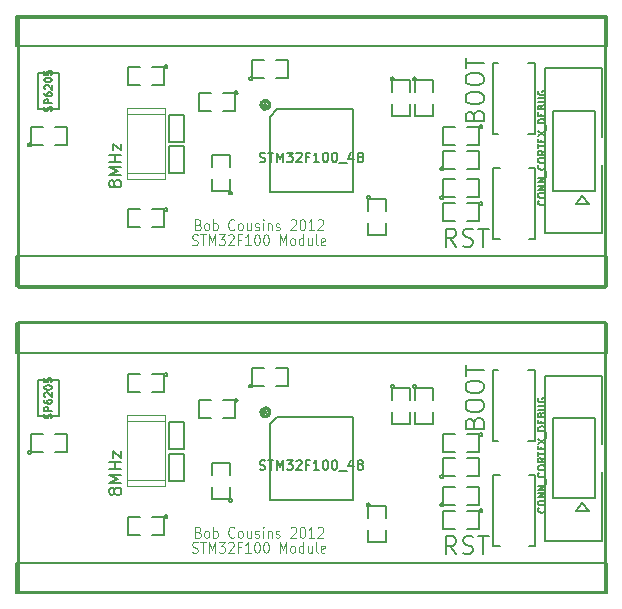
<source format=gto>
G75*
G70*
%OFA0B0*%
%FSLAX25Y25*%
%IPPOS*%
%LPD*%
%AMOC8*
5,1,8,0,0,1.08239X$1,22.5*
%
%ADD13C,0.00600*%
%ADD17C,0.00500*%
%ADD29C,0.00390*%
%ADD30C,0.00200*%
%ADD34C,0.00800*%
%ADD41C,0.01000*%
X0010000Y0010000D02*
G01*
D13*
D34*
X0010000Y0100000D02*
X0010000Y0090000D01*
X0206860Y0100000D02*
X0010010Y0100000D01*
X0206860Y0090000D02*
X0206860Y0100000D01*
X0010000Y0090000D02*
X0206860Y0090000D01*
X0206860Y0010000D02*
X0010000Y0010000D01*
X0206860Y0020000D02*
X0206860Y0010000D01*
X0010010Y0020000D02*
X0206860Y0020000D01*
X0010000Y0010000D02*
X0010000Y0020000D01*
D29*
X0070760Y0030420D02*
X0071210Y0030250D01*
X0071360Y0030080D01*
X0071510Y0029750D01*
X0071510Y0029240D01*
X0071360Y0028900D01*
X0071210Y0028740D01*
X0070910Y0028570D01*
X0069710Y0028570D01*
X0069710Y0032110D01*
X0070760Y0032110D01*
X0071060Y0031940D01*
X0071210Y0031770D01*
X0071360Y0031430D01*
X0071360Y0031100D01*
X0071210Y0030760D01*
X0071060Y0030590D01*
X0070760Y0030420D01*
X0069710Y0030420D01*
X0073310Y0028570D02*
X0073010Y0028740D01*
X0072860Y0028900D01*
X0072710Y0029240D01*
X0072710Y0030250D01*
X0072860Y0030590D01*
X0073010Y0030760D01*
X0073310Y0030930D01*
X0073760Y0030930D01*
X0074060Y0030760D01*
X0074210Y0030590D01*
X0074360Y0030250D01*
X0074360Y0029240D01*
X0074210Y0028900D01*
X0074060Y0028740D01*
X0073760Y0028570D01*
X0073310Y0028570D01*
X0075710Y0028570D02*
X0075710Y0032110D01*
X0075710Y0030760D02*
X0076010Y0030930D01*
X0076610Y0030930D01*
X0076910Y0030760D01*
X0077060Y0030590D01*
X0077210Y0030250D01*
X0077210Y0029240D01*
X0077060Y0028900D01*
X0076910Y0028740D01*
X0076610Y0028570D01*
X0076010Y0028570D01*
X0075710Y0028740D01*
X0082760Y0028900D02*
X0082610Y0028740D01*
X0082160Y0028570D01*
X0081860Y0028570D01*
X0081410Y0028740D01*
X0081110Y0029070D01*
X0080960Y0029410D01*
X0080810Y0030080D01*
X0080810Y0030590D01*
X0080960Y0031260D01*
X0081110Y0031600D01*
X0081410Y0031940D01*
X0081860Y0032110D01*
X0082160Y0032110D01*
X0082610Y0031940D01*
X0082760Y0031770D01*
X0084560Y0028570D02*
X0084260Y0028740D01*
X0084110Y0028900D01*
X0083960Y0029240D01*
X0083960Y0030250D01*
X0084110Y0030590D01*
X0084260Y0030760D01*
X0084560Y0030930D01*
X0085010Y0030930D01*
X0085310Y0030760D01*
X0085460Y0030590D01*
X0085610Y0030250D01*
X0085610Y0029240D01*
X0085460Y0028900D01*
X0085310Y0028740D01*
X0085010Y0028570D01*
X0084560Y0028570D01*
X0088310Y0030930D02*
X0088310Y0028570D01*
X0086960Y0030930D02*
X0086960Y0029070D01*
X0087110Y0028740D01*
X0087410Y0028570D01*
X0087860Y0028570D01*
X0088160Y0028740D01*
X0088310Y0028900D01*
X0089660Y0028740D02*
X0089960Y0028570D01*
X0090560Y0028570D01*
X0090860Y0028740D01*
X0091010Y0029070D01*
X0091010Y0029240D01*
X0090860Y0029580D01*
X0090560Y0029750D01*
X0090110Y0029750D01*
X0089810Y0029920D01*
X0089660Y0030250D01*
X0089660Y0030420D01*
X0089810Y0030760D01*
X0090110Y0030930D01*
X0090560Y0030930D01*
X0090860Y0030760D01*
X0092360Y0028570D02*
X0092360Y0030930D01*
X0092360Y0032110D02*
X0092210Y0031940D01*
X0092360Y0031770D01*
X0092510Y0031940D01*
X0092360Y0032110D01*
X0092360Y0031770D01*
X0093860Y0030930D02*
X0093860Y0028570D01*
X0093860Y0030590D02*
X0094010Y0030760D01*
X0094310Y0030930D01*
X0094760Y0030930D01*
X0095060Y0030760D01*
X0095210Y0030420D01*
X0095210Y0028570D01*
X0096560Y0028740D02*
X0096860Y0028570D01*
X0097460Y0028570D01*
X0097760Y0028740D01*
X0097910Y0029070D01*
X0097910Y0029240D01*
X0097760Y0029580D01*
X0097460Y0029750D01*
X0097010Y0029750D01*
X0096710Y0029920D01*
X0096560Y0030250D01*
X0096560Y0030420D01*
X0096710Y0030760D01*
X0097010Y0030930D01*
X0097460Y0030930D01*
X0097760Y0030760D01*
X0101510Y0031770D02*
X0101660Y0031940D01*
X0101960Y0032110D01*
X0102710Y0032110D01*
X0103010Y0031940D01*
X0103160Y0031770D01*
X0103310Y0031430D01*
X0103310Y0031100D01*
X0103160Y0030590D01*
X0101360Y0028570D01*
X0103310Y0028570D01*
X0105260Y0032110D02*
X0105560Y0032110D01*
X0105860Y0031940D01*
X0106010Y0031770D01*
X0106160Y0031430D01*
X0106310Y0030760D01*
X0106310Y0029920D01*
X0106160Y0029240D01*
X0106010Y0028900D01*
X0105860Y0028740D01*
X0105560Y0028570D01*
X0105260Y0028570D01*
X0104960Y0028740D01*
X0104810Y0028900D01*
X0104660Y0029240D01*
X0104510Y0029920D01*
X0104510Y0030760D01*
X0104660Y0031430D01*
X0104810Y0031770D01*
X0104960Y0031940D01*
X0105260Y0032110D01*
X0109310Y0028570D02*
X0107510Y0028570D01*
X0108410Y0028570D02*
X0108410Y0032110D01*
X0108110Y0031600D01*
X0107810Y0031260D01*
X0107510Y0031100D01*
X0110510Y0031770D02*
X0110660Y0031940D01*
X0110960Y0032110D01*
X0111710Y0032110D01*
X0112010Y0031940D01*
X0112160Y0031770D01*
X0112310Y0031430D01*
X0112310Y0031100D01*
X0112160Y0030590D01*
X0110360Y0028570D01*
X0112310Y0028570D01*
X0068730Y0023740D02*
X0069180Y0023570D01*
X0069930Y0023570D01*
X0070230Y0023740D01*
X0070380Y0023900D01*
X0070530Y0024240D01*
X0070530Y0024580D01*
X0070380Y0024920D01*
X0070230Y0025080D01*
X0069930Y0025250D01*
X0069330Y0025420D01*
X0069030Y0025590D01*
X0068880Y0025760D01*
X0068730Y0026100D01*
X0068730Y0026430D01*
X0068880Y0026770D01*
X0069030Y0026940D01*
X0069330Y0027110D01*
X0070080Y0027110D01*
X0070530Y0026940D01*
X0071430Y0027110D02*
X0073230Y0027110D01*
X0072330Y0023570D02*
X0072330Y0027110D01*
X0074280Y0023570D02*
X0074280Y0027110D01*
X0075330Y0024580D01*
X0076380Y0027110D01*
X0076380Y0023570D01*
X0077580Y0027110D02*
X0079530Y0027110D01*
X0078480Y0025760D01*
X0078930Y0025760D01*
X0079230Y0025590D01*
X0079380Y0025420D01*
X0079530Y0025080D01*
X0079530Y0024240D01*
X0079380Y0023900D01*
X0079230Y0023740D01*
X0078930Y0023570D01*
X0078030Y0023570D01*
X0077730Y0023740D01*
X0077580Y0023900D01*
X0080730Y0026770D02*
X0080880Y0026940D01*
X0081180Y0027110D01*
X0081930Y0027110D01*
X0082230Y0026940D01*
X0082380Y0026770D01*
X0082530Y0026430D01*
X0082530Y0026100D01*
X0082380Y0025590D01*
X0080580Y0023570D01*
X0082530Y0023570D01*
X0084930Y0025420D02*
X0083880Y0025420D01*
X0083880Y0023570D02*
X0083880Y0027110D01*
X0085380Y0027110D01*
X0088230Y0023570D02*
X0086430Y0023570D01*
X0087330Y0023570D02*
X0087330Y0027110D01*
X0087030Y0026600D01*
X0086730Y0026260D01*
X0086430Y0026100D01*
X0090180Y0027110D02*
X0090480Y0027110D01*
X0090780Y0026940D01*
X0090930Y0026770D01*
X0091080Y0026430D01*
X0091230Y0025760D01*
X0091230Y0024920D01*
X0091080Y0024240D01*
X0090930Y0023900D01*
X0090780Y0023740D01*
X0090480Y0023570D01*
X0090180Y0023570D01*
X0089880Y0023740D01*
X0089730Y0023900D01*
X0089580Y0024240D01*
X0089430Y0024920D01*
X0089430Y0025760D01*
X0089580Y0026430D01*
X0089730Y0026770D01*
X0089880Y0026940D01*
X0090180Y0027110D01*
X0093180Y0027110D02*
X0093480Y0027110D01*
X0093780Y0026940D01*
X0093930Y0026770D01*
X0094080Y0026430D01*
X0094230Y0025760D01*
X0094230Y0024920D01*
X0094080Y0024240D01*
X0093930Y0023900D01*
X0093780Y0023740D01*
X0093480Y0023570D01*
X0093180Y0023570D01*
X0092880Y0023740D01*
X0092730Y0023900D01*
X0092580Y0024240D01*
X0092430Y0024920D01*
X0092430Y0025760D01*
X0092580Y0026430D01*
X0092730Y0026770D01*
X0092880Y0026940D01*
X0093180Y0027110D01*
X0097980Y0023570D02*
X0097980Y0027110D01*
X0099030Y0024580D01*
X0100080Y0027110D01*
X0100080Y0023570D01*
X0102030Y0023570D02*
X0101730Y0023740D01*
X0101580Y0023900D01*
X0101430Y0024240D01*
X0101430Y0025250D01*
X0101580Y0025590D01*
X0101730Y0025760D01*
X0102030Y0025930D01*
X0102480Y0025930D01*
X0102780Y0025760D01*
X0102930Y0025590D01*
X0103080Y0025250D01*
X0103080Y0024240D01*
X0102930Y0023900D01*
X0102780Y0023740D01*
X0102480Y0023570D01*
X0102030Y0023570D01*
X0105780Y0023570D02*
X0105780Y0027110D01*
X0105780Y0023740D02*
X0105480Y0023570D01*
X0104880Y0023570D01*
X0104580Y0023740D01*
X0104430Y0023900D01*
X0104280Y0024240D01*
X0104280Y0025250D01*
X0104430Y0025590D01*
X0104580Y0025760D01*
X0104880Y0025930D01*
X0105480Y0025930D01*
X0105780Y0025760D01*
X0108630Y0025930D02*
X0108630Y0023570D01*
X0107280Y0025930D02*
X0107280Y0024070D01*
X0107430Y0023740D01*
X0107730Y0023570D01*
X0108180Y0023570D01*
X0108480Y0023740D01*
X0108630Y0023900D01*
X0110580Y0023570D02*
X0110280Y0023740D01*
X0110130Y0024070D01*
X0110130Y0027110D01*
X0112980Y0023740D02*
X0112680Y0023570D01*
X0112080Y0023570D01*
X0111780Y0023740D01*
X0111630Y0024070D01*
X0111630Y0025420D01*
X0111780Y0025760D01*
X0112080Y0025930D01*
X0112680Y0025930D01*
X0112980Y0025760D01*
X0113130Y0025420D01*
X0113130Y0025080D01*
X0111630Y0024750D01*
D30*
X0059730Y0047660D02*
X0059730Y0045690D01*
X0059730Y0045690D02*
X0047130Y0045690D01*
X0047130Y0045690D02*
X0047130Y0047660D01*
X0047130Y0067340D02*
X0047130Y0069310D01*
X0047130Y0069310D02*
X0059730Y0069310D01*
X0059730Y0069310D02*
X0059730Y0067340D01*
X0049510Y0067350D02*
X0057380Y0067350D01*
X0049510Y0067340D02*
X0057380Y0067340D01*
X0049510Y0067340D02*
X0057380Y0067340D01*
X0049510Y0067340D02*
X0057380Y0067340D01*
X0057370Y0047660D02*
X0049500Y0047660D01*
X0057370Y0047660D02*
X0049500Y0047660D01*
X0057370Y0047660D02*
X0049500Y0047660D01*
X0057370Y0047660D02*
X0049500Y0047660D01*
X0059730Y0067340D02*
X0059730Y0047660D01*
X0059730Y0047660D02*
X0047130Y0047660D01*
X0047130Y0047660D02*
X0047130Y0067340D01*
X0047130Y0067340D02*
X0059730Y0067340D01*
D34*
X0180650Y0060690D02*
X0183020Y0060690D01*
X0183020Y0060690D02*
X0183020Y0084310D01*
X0183020Y0084310D02*
X0180650Y0084310D01*
X0168840Y0060690D02*
X0170810Y0060690D01*
X0168840Y0060690D02*
X0168840Y0084310D01*
X0168840Y0084310D02*
X0170810Y0084310D01*
X0171210Y0049310D02*
X0168840Y0049310D01*
X0168840Y0049310D02*
X0168840Y0025690D01*
X0168840Y0025690D02*
X0171210Y0025690D01*
X0183020Y0049310D02*
X0181050Y0049310D01*
X0183020Y0049310D02*
X0183020Y0025690D01*
X0183020Y0025690D02*
X0181050Y0025690D01*
D17*
X0017430Y0081000D02*
X0024430Y0081000D01*
X0024430Y0081000D02*
X0024430Y0069000D01*
X0024430Y0069000D02*
X0017430Y0069000D01*
X0017430Y0069000D02*
X0017430Y0081000D01*
X0014930Y0057000D02*
X0014920Y0056910D01*
X0014890Y0056810D01*
X0014840Y0056730D01*
X0014780Y0056650D01*
X0014700Y0056590D01*
X0014620Y0056540D01*
X0014530Y0056520D01*
X0014430Y0056510D01*
X0014340Y0056510D01*
X0014250Y0056540D01*
X0014160Y0056590D01*
X0014090Y0056650D01*
X0014020Y0056720D01*
X0013980Y0056810D01*
X0013950Y0056900D01*
X0013940Y0057000D01*
X0013940Y0057090D01*
X0013970Y0057180D01*
X0014010Y0057270D01*
X0014080Y0057340D01*
X0014150Y0057410D01*
X0014230Y0057450D01*
X0014330Y0057480D01*
X0014420Y0057490D01*
X0014510Y0057490D01*
X0014610Y0057460D01*
X0014690Y0057420D01*
X0014770Y0057360D01*
X0014830Y0057280D01*
X0014880Y0057200D01*
X0014910Y0057110D01*
X0014920Y0057010D01*
X0014930Y0057000D01*
X0018930Y0057000D02*
X0014930Y0057000D01*
X0014930Y0057000D02*
X0014930Y0063000D01*
X0014930Y0063000D02*
X0018930Y0063000D01*
X0022930Y0063000D02*
X0026930Y0063000D01*
X0026930Y0063000D02*
X0026930Y0057000D01*
X0026930Y0057000D02*
X0022930Y0057000D01*
X0135930Y0079000D02*
X0135920Y0078910D01*
X0135890Y0078810D01*
X0135840Y0078730D01*
X0135780Y0078650D01*
X0135700Y0078590D01*
X0135620Y0078540D01*
X0135530Y0078520D01*
X0135430Y0078510D01*
X0135340Y0078510D01*
X0135250Y0078540D01*
X0135160Y0078590D01*
X0135090Y0078650D01*
X0135020Y0078720D01*
X0134980Y0078810D01*
X0134950Y0078900D01*
X0134940Y0079000D01*
X0134940Y0079090D01*
X0134970Y0079180D01*
X0135010Y0079270D01*
X0135080Y0079340D01*
X0135150Y0079410D01*
X0135230Y0079450D01*
X0135330Y0079480D01*
X0135420Y0079490D01*
X0135510Y0079490D01*
X0135610Y0079460D01*
X0135690Y0079420D01*
X0135770Y0079360D01*
X0135830Y0079280D01*
X0135880Y0079200D01*
X0135910Y0079110D01*
X0135920Y0079010D01*
X0135930Y0079000D01*
X0135430Y0074500D02*
X0135430Y0078500D01*
X0135430Y0078500D02*
X0141430Y0078500D01*
X0141430Y0078500D02*
X0141430Y0074500D01*
X0141430Y0070500D02*
X0141430Y0066500D01*
X0141430Y0066500D02*
X0135430Y0066500D01*
X0135430Y0066500D02*
X0135430Y0070500D01*
X0143330Y0079000D02*
X0143320Y0078910D01*
X0143290Y0078810D01*
X0143240Y0078730D01*
X0143180Y0078650D01*
X0143100Y0078590D01*
X0143020Y0078540D01*
X0142930Y0078520D01*
X0142830Y0078510D01*
X0142740Y0078510D01*
X0142650Y0078540D01*
X0142560Y0078590D01*
X0142490Y0078650D01*
X0142420Y0078720D01*
X0142380Y0078810D01*
X0142350Y0078900D01*
X0142340Y0079000D01*
X0142340Y0079090D01*
X0142370Y0079180D01*
X0142410Y0079270D01*
X0142480Y0079340D01*
X0142550Y0079410D01*
X0142630Y0079450D01*
X0142730Y0079480D01*
X0142820Y0079490D01*
X0142910Y0079490D01*
X0143010Y0079460D01*
X0143090Y0079420D01*
X0143170Y0079360D01*
X0143230Y0079280D01*
X0143280Y0079200D01*
X0143310Y0079110D01*
X0143320Y0079010D01*
X0143330Y0079000D01*
X0142830Y0074500D02*
X0142830Y0078500D01*
X0142830Y0078500D02*
X0148830Y0078500D01*
X0148830Y0078500D02*
X0148830Y0074500D01*
X0148830Y0070500D02*
X0148830Y0066500D01*
X0148830Y0066500D02*
X0142830Y0066500D01*
X0142830Y0066500D02*
X0142830Y0070500D01*
X0127930Y0039500D02*
X0127920Y0039410D01*
X0127890Y0039310D01*
X0127840Y0039230D01*
X0127780Y0039150D01*
X0127700Y0039090D01*
X0127620Y0039040D01*
X0127530Y0039020D01*
X0127430Y0039010D01*
X0127340Y0039010D01*
X0127250Y0039040D01*
X0127160Y0039090D01*
X0127090Y0039150D01*
X0127020Y0039220D01*
X0126980Y0039310D01*
X0126950Y0039400D01*
X0126940Y0039500D01*
X0126940Y0039590D01*
X0126970Y0039680D01*
X0127010Y0039770D01*
X0127080Y0039840D01*
X0127150Y0039910D01*
X0127230Y0039950D01*
X0127330Y0039980D01*
X0127420Y0039990D01*
X0127510Y0039990D01*
X0127610Y0039960D01*
X0127690Y0039920D01*
X0127770Y0039860D01*
X0127830Y0039780D01*
X0127880Y0039700D01*
X0127910Y0039610D01*
X0127920Y0039510D01*
X0127930Y0039500D01*
X0127430Y0035000D02*
X0127430Y0039000D01*
X0127430Y0039000D02*
X0133430Y0039000D01*
X0133430Y0039000D02*
X0133430Y0035000D01*
X0133430Y0031000D02*
X0133430Y0027000D01*
X0133430Y0027000D02*
X0127430Y0027000D01*
X0127430Y0027000D02*
X0127430Y0031000D01*
X0081930Y0041000D02*
X0081920Y0040910D01*
X0081890Y0040810D01*
X0081840Y0040730D01*
X0081780Y0040650D01*
X0081700Y0040590D01*
X0081620Y0040540D01*
X0081530Y0040520D01*
X0081430Y0040510D01*
X0081340Y0040510D01*
X0081250Y0040540D01*
X0081160Y0040590D01*
X0081090Y0040650D01*
X0081020Y0040720D01*
X0080980Y0040810D01*
X0080950Y0040900D01*
X0080940Y0041000D01*
X0080940Y0041090D01*
X0080970Y0041180D01*
X0081010Y0041270D01*
X0081080Y0041340D01*
X0081150Y0041410D01*
X0081230Y0041450D01*
X0081330Y0041480D01*
X0081420Y0041490D01*
X0081510Y0041490D01*
X0081610Y0041460D01*
X0081690Y0041420D01*
X0081770Y0041360D01*
X0081830Y0041280D01*
X0081880Y0041200D01*
X0081910Y0041110D01*
X0081920Y0041010D01*
X0081930Y0041000D01*
X0081430Y0045500D02*
X0081430Y0041500D01*
X0081430Y0041500D02*
X0075430Y0041500D01*
X0075430Y0041500D02*
X0075430Y0045500D01*
X0075430Y0049500D02*
X0075430Y0053500D01*
X0075430Y0053500D02*
X0081430Y0053500D01*
X0081430Y0053500D02*
X0081430Y0049500D01*
X0083830Y0074400D02*
X0083820Y0074310D01*
X0083790Y0074210D01*
X0083740Y0074130D01*
X0083680Y0074050D01*
X0083600Y0073990D01*
X0083520Y0073940D01*
X0083430Y0073920D01*
X0083330Y0073910D01*
X0083240Y0073910D01*
X0083150Y0073940D01*
X0083060Y0073990D01*
X0082990Y0074050D01*
X0082920Y0074120D01*
X0082880Y0074210D01*
X0082850Y0074300D01*
X0082840Y0074400D01*
X0082840Y0074490D01*
X0082870Y0074580D01*
X0082910Y0074670D01*
X0082980Y0074740D01*
X0083050Y0074810D01*
X0083130Y0074850D01*
X0083230Y0074880D01*
X0083320Y0074890D01*
X0083410Y0074890D01*
X0083510Y0074860D01*
X0083590Y0074820D01*
X0083670Y0074760D01*
X0083730Y0074680D01*
X0083780Y0074600D01*
X0083810Y0074510D01*
X0083820Y0074410D01*
X0083830Y0074400D01*
X0078830Y0074400D02*
X0082830Y0074400D01*
X0082830Y0074400D02*
X0082830Y0068400D01*
X0082830Y0068400D02*
X0078830Y0068400D01*
X0074830Y0068400D02*
X0070830Y0068400D01*
X0070830Y0068400D02*
X0070830Y0074400D01*
X0070830Y0074400D02*
X0074830Y0074400D01*
X0088730Y0079100D02*
X0088720Y0079010D01*
X0088690Y0078910D01*
X0088640Y0078830D01*
X0088580Y0078750D01*
X0088500Y0078690D01*
X0088420Y0078640D01*
X0088330Y0078620D01*
X0088230Y0078610D01*
X0088140Y0078610D01*
X0088050Y0078640D01*
X0087960Y0078690D01*
X0087890Y0078750D01*
X0087820Y0078820D01*
X0087780Y0078910D01*
X0087750Y0079000D01*
X0087740Y0079100D01*
X0087740Y0079190D01*
X0087770Y0079280D01*
X0087810Y0079370D01*
X0087880Y0079440D01*
X0087950Y0079510D01*
X0088030Y0079550D01*
X0088130Y0079580D01*
X0088220Y0079590D01*
X0088310Y0079590D01*
X0088410Y0079560D01*
X0088490Y0079520D01*
X0088570Y0079460D01*
X0088630Y0079380D01*
X0088680Y0079300D01*
X0088710Y0079210D01*
X0088720Y0079110D01*
X0088730Y0079100D01*
X0092730Y0079100D02*
X0088730Y0079100D01*
X0088730Y0079100D02*
X0088730Y0085100D01*
X0088730Y0085100D02*
X0092730Y0085100D01*
X0096730Y0085100D02*
X0100730Y0085100D01*
X0100730Y0085100D02*
X0100730Y0079100D01*
X0100730Y0079100D02*
X0096730Y0079100D01*
X0152430Y0039500D02*
X0152420Y0039410D01*
X0152390Y0039310D01*
X0152340Y0039230D01*
X0152280Y0039150D01*
X0152200Y0039090D01*
X0152120Y0039040D01*
X0152030Y0039020D01*
X0151930Y0039010D01*
X0151840Y0039010D01*
X0151750Y0039040D01*
X0151660Y0039090D01*
X0151590Y0039150D01*
X0151520Y0039220D01*
X0151480Y0039310D01*
X0151450Y0039400D01*
X0151440Y0039500D01*
X0151440Y0039590D01*
X0151470Y0039680D01*
X0151510Y0039770D01*
X0151580Y0039840D01*
X0151650Y0039910D01*
X0151730Y0039950D01*
X0151830Y0039980D01*
X0151920Y0039990D01*
X0152010Y0039990D01*
X0152110Y0039960D01*
X0152190Y0039920D01*
X0152270Y0039860D01*
X0152330Y0039780D01*
X0152380Y0039700D01*
X0152410Y0039610D01*
X0152420Y0039510D01*
X0152430Y0039500D01*
X0156430Y0039500D02*
X0152430Y0039500D01*
X0152430Y0039500D02*
X0152430Y0045500D01*
X0152430Y0045500D02*
X0156430Y0045500D01*
X0160430Y0045500D02*
X0164430Y0045500D01*
X0164430Y0045500D02*
X0164430Y0039500D01*
X0164430Y0039500D02*
X0160430Y0039500D01*
X0165430Y0037500D02*
X0165420Y0037410D01*
X0165390Y0037310D01*
X0165340Y0037230D01*
X0165280Y0037150D01*
X0165200Y0037090D01*
X0165120Y0037040D01*
X0165030Y0037020D01*
X0164930Y0037010D01*
X0164840Y0037010D01*
X0164750Y0037040D01*
X0164660Y0037090D01*
X0164590Y0037150D01*
X0164520Y0037220D01*
X0164480Y0037310D01*
X0164450Y0037400D01*
X0164440Y0037500D01*
X0164440Y0037590D01*
X0164470Y0037680D01*
X0164510Y0037770D01*
X0164580Y0037840D01*
X0164650Y0037910D01*
X0164730Y0037950D01*
X0164830Y0037980D01*
X0164920Y0037990D01*
X0165010Y0037990D01*
X0165110Y0037960D01*
X0165190Y0037920D01*
X0165270Y0037860D01*
X0165330Y0037780D01*
X0165380Y0037700D01*
X0165410Y0037610D01*
X0165420Y0037510D01*
X0165430Y0037500D01*
X0160430Y0037500D02*
X0164430Y0037500D01*
X0164430Y0037500D02*
X0164430Y0031500D01*
X0164430Y0031500D02*
X0160430Y0031500D01*
X0156430Y0031500D02*
X0152430Y0031500D01*
X0152430Y0031500D02*
X0152430Y0037500D01*
X0152430Y0037500D02*
X0156430Y0037500D01*
X0060430Y0083000D02*
X0060420Y0082910D01*
X0060390Y0082810D01*
X0060340Y0082730D01*
X0060280Y0082650D01*
X0060200Y0082590D01*
X0060120Y0082540D01*
X0060030Y0082520D01*
X0059930Y0082510D01*
X0059840Y0082510D01*
X0059750Y0082540D01*
X0059660Y0082590D01*
X0059590Y0082650D01*
X0059520Y0082720D01*
X0059480Y0082810D01*
X0059450Y0082900D01*
X0059440Y0083000D01*
X0059440Y0083090D01*
X0059470Y0083180D01*
X0059510Y0083270D01*
X0059580Y0083340D01*
X0059650Y0083410D01*
X0059730Y0083450D01*
X0059830Y0083480D01*
X0059920Y0083490D01*
X0060010Y0083490D01*
X0060110Y0083460D01*
X0060190Y0083420D01*
X0060270Y0083360D01*
X0060330Y0083280D01*
X0060380Y0083200D01*
X0060410Y0083110D01*
X0060420Y0083010D01*
X0060430Y0083000D01*
X0055430Y0083000D02*
X0059430Y0083000D01*
X0059430Y0083000D02*
X0059430Y0077000D01*
X0059430Y0077000D02*
X0055430Y0077000D01*
X0051430Y0077000D02*
X0047430Y0077000D01*
X0047430Y0077000D02*
X0047430Y0083000D01*
X0047430Y0083000D02*
X0051430Y0083000D01*
X0060430Y0035500D02*
X0060420Y0035410D01*
X0060390Y0035310D01*
X0060340Y0035230D01*
X0060280Y0035150D01*
X0060200Y0035090D01*
X0060120Y0035040D01*
X0060030Y0035020D01*
X0059930Y0035010D01*
X0059840Y0035010D01*
X0059750Y0035040D01*
X0059660Y0035090D01*
X0059590Y0035150D01*
X0059520Y0035220D01*
X0059480Y0035310D01*
X0059450Y0035400D01*
X0059440Y0035500D01*
X0059440Y0035590D01*
X0059470Y0035680D01*
X0059510Y0035770D01*
X0059580Y0035840D01*
X0059650Y0035910D01*
X0059730Y0035950D01*
X0059830Y0035980D01*
X0059920Y0035990D01*
X0060010Y0035990D01*
X0060110Y0035960D01*
X0060190Y0035920D01*
X0060270Y0035860D01*
X0060330Y0035780D01*
X0060380Y0035700D01*
X0060410Y0035610D01*
X0060420Y0035510D01*
X0060430Y0035500D01*
X0055430Y0035500D02*
X0059430Y0035500D01*
X0059430Y0035500D02*
X0059430Y0029500D01*
X0059430Y0029500D02*
X0055430Y0029500D01*
X0051430Y0029500D02*
X0047430Y0029500D01*
X0047430Y0029500D02*
X0047430Y0035500D01*
X0047430Y0035500D02*
X0051430Y0035500D01*
X0060930Y0058000D02*
X0060930Y0067000D01*
X0060930Y0067000D02*
X0065930Y0067000D01*
X0065930Y0067000D02*
X0065930Y0058000D01*
X0065930Y0058000D02*
X0060930Y0058000D01*
X0065930Y0056500D02*
X0065930Y0047500D01*
X0065930Y0047500D02*
X0060930Y0047500D01*
X0060930Y0047500D02*
X0060930Y0056500D01*
X0060930Y0056500D02*
X0065930Y0056500D01*
D34*
X0094700Y0070350D02*
X0094660Y0070040D01*
X0094570Y0069740D01*
X0094420Y0069460D01*
X0094220Y0069210D01*
X0093980Y0069010D01*
X0093700Y0068860D01*
X0093400Y0068770D01*
X0093090Y0068740D01*
X0092780Y0068760D01*
X0092480Y0068850D01*
X0092200Y0069000D01*
X0091950Y0069200D01*
X0091750Y0069440D01*
X0091600Y0069720D01*
X0091500Y0070020D01*
X0091470Y0070330D01*
X0091490Y0070640D01*
X0091580Y0070940D01*
X0091720Y0071220D01*
X0091920Y0071470D01*
X0092160Y0071680D01*
X0092440Y0071830D01*
X0092740Y0071930D01*
X0093050Y0071960D01*
X0093360Y0071940D01*
X0093660Y0071860D01*
X0093940Y0071710D01*
X0094190Y0071520D01*
X0094400Y0071280D01*
X0094550Y0071000D01*
X0094650Y0070700D01*
X0094690Y0070390D01*
X0094700Y0070350D01*
X0093470Y0070350D02*
X0093460Y0070280D01*
X0093440Y0070210D01*
X0093400Y0070140D01*
X0093350Y0070080D01*
X0093290Y0070030D01*
X0093230Y0070000D01*
X0093150Y0069970D01*
X0093080Y0069970D01*
X0093010Y0069970D01*
X0092940Y0069990D01*
X0092870Y0070030D01*
X0092810Y0070080D01*
X0092760Y0070130D01*
X0092730Y0070200D01*
X0092700Y0070270D01*
X0092700Y0070350D01*
X0092700Y0070420D01*
X0092720Y0070490D01*
X0092760Y0070560D01*
X0092800Y0070620D01*
X0092860Y0070670D01*
X0092930Y0070700D01*
X0093000Y0070730D01*
X0093080Y0070730D01*
X0093140Y0070730D01*
X0093220Y0070710D01*
X0093280Y0070670D01*
X0093340Y0070630D01*
X0093390Y0070570D01*
X0093430Y0070500D01*
X0093460Y0070430D01*
X0093460Y0070360D01*
X0093470Y0070350D01*
X0094190Y0070350D02*
X0094160Y0070140D01*
X0094100Y0069930D01*
X0094000Y0069740D01*
X0093860Y0069570D01*
X0093700Y0069430D01*
X0093510Y0069330D01*
X0093300Y0069270D01*
X0093080Y0069250D01*
X0092880Y0069260D01*
X0092670Y0069330D01*
X0092480Y0069430D01*
X0092310Y0069560D01*
X0092170Y0069730D01*
X0092060Y0069920D01*
X0092000Y0070120D01*
X0091980Y0070340D01*
X0091990Y0070550D01*
X0092050Y0070750D01*
X0092150Y0070950D01*
X0092290Y0071120D01*
X0092450Y0071260D01*
X0092640Y0071360D01*
X0092850Y0071430D01*
X0093060Y0071450D01*
X0093270Y0071440D01*
X0093480Y0071380D01*
X0093670Y0071280D01*
X0093840Y0071150D01*
X0093980Y0070980D01*
X0094090Y0070800D01*
X0094160Y0070590D01*
X0094180Y0070380D01*
X0094190Y0070350D01*
X0097010Y0068780D02*
X0122210Y0068780D01*
X0122210Y0068780D02*
X0122210Y0041220D01*
X0122210Y0041220D02*
X0094650Y0041220D01*
X0094650Y0041220D02*
X0094650Y0066420D01*
X0097010Y0068780D02*
X0094650Y0066420D01*
D17*
X0165430Y0063000D02*
X0165420Y0062910D01*
X0165390Y0062810D01*
X0165340Y0062730D01*
X0165280Y0062650D01*
X0165200Y0062590D01*
X0165120Y0062540D01*
X0165030Y0062520D01*
X0164930Y0062510D01*
X0164840Y0062510D01*
X0164750Y0062540D01*
X0164660Y0062590D01*
X0164590Y0062650D01*
X0164520Y0062720D01*
X0164480Y0062810D01*
X0164450Y0062900D01*
X0164440Y0063000D01*
X0164440Y0063090D01*
X0164470Y0063180D01*
X0164510Y0063270D01*
X0164580Y0063340D01*
X0164650Y0063410D01*
X0164730Y0063450D01*
X0164830Y0063480D01*
X0164920Y0063490D01*
X0165010Y0063490D01*
X0165110Y0063460D01*
X0165190Y0063420D01*
X0165270Y0063360D01*
X0165330Y0063280D01*
X0165380Y0063200D01*
X0165410Y0063110D01*
X0165420Y0063010D01*
X0165430Y0063000D01*
X0160430Y0063000D02*
X0164430Y0063000D01*
X0164430Y0063000D02*
X0164430Y0057000D01*
X0164430Y0057000D02*
X0160430Y0057000D01*
X0156430Y0057000D02*
X0152430Y0057000D01*
X0152430Y0057000D02*
X0152430Y0063000D01*
X0152430Y0063000D02*
X0156430Y0063000D01*
X0152430Y0049000D02*
X0152420Y0048910D01*
X0152390Y0048810D01*
X0152340Y0048730D01*
X0152280Y0048650D01*
X0152200Y0048590D01*
X0152120Y0048540D01*
X0152030Y0048520D01*
X0151930Y0048510D01*
X0151840Y0048510D01*
X0151750Y0048540D01*
X0151660Y0048590D01*
X0151590Y0048650D01*
X0151520Y0048720D01*
X0151480Y0048810D01*
X0151450Y0048900D01*
X0151440Y0049000D01*
X0151440Y0049090D01*
X0151470Y0049180D01*
X0151510Y0049270D01*
X0151580Y0049340D01*
X0151650Y0049410D01*
X0151730Y0049450D01*
X0151830Y0049480D01*
X0151920Y0049490D01*
X0152010Y0049490D01*
X0152110Y0049460D01*
X0152190Y0049420D01*
X0152270Y0049360D01*
X0152330Y0049280D01*
X0152380Y0049200D01*
X0152410Y0049110D01*
X0152420Y0049010D01*
X0152430Y0049000D01*
X0156430Y0049000D02*
X0152430Y0049000D01*
X0152430Y0049000D02*
X0152430Y0055000D01*
X0152430Y0055000D02*
X0156430Y0055000D01*
X0160430Y0055000D02*
X0164430Y0055000D01*
X0164430Y0055000D02*
X0164430Y0049000D01*
X0164430Y0049000D02*
X0160430Y0049000D01*
D34*
X0198690Y0040040D02*
X0201050Y0037280D01*
X0201050Y0037280D02*
X0196720Y0037280D01*
X0196720Y0037280D02*
X0198690Y0040040D01*
X0188930Y0068300D02*
X0188930Y0041700D01*
X0202930Y0068300D02*
X0202930Y0041700D01*
X0188930Y0068300D02*
X0202930Y0068300D01*
X0202930Y0041700D02*
X0188930Y0041700D01*
X0205380Y0050280D02*
X0205380Y0046730D01*
X0205380Y0059720D02*
X0205380Y0062870D01*
X0205380Y0047130D02*
X0205380Y0027440D01*
X0205380Y0082560D02*
X0205380Y0062870D01*
X0186480Y0027440D02*
X0186480Y0082560D01*
X0205380Y0082560D02*
X0186480Y0082560D01*
X0205380Y0027440D02*
X0186480Y0027440D01*
X0042760Y0043620D02*
X0042570Y0043240D01*
X0042380Y0043050D01*
X0042000Y0042860D01*
X0041810Y0042860D01*
X0041430Y0043050D01*
X0041240Y0043240D01*
X0041050Y0043620D01*
X0041050Y0044390D01*
X0041240Y0044770D01*
X0041430Y0044960D01*
X0041810Y0045150D01*
X0042000Y0045150D01*
X0042380Y0044960D01*
X0042570Y0044770D01*
X0042760Y0044390D01*
X0042760Y0043620D01*
X0042950Y0043240D01*
X0043140Y0043050D01*
X0043530Y0042860D01*
X0044290Y0042860D01*
X0044670Y0043050D01*
X0044860Y0043240D01*
X0045050Y0043620D01*
X0045050Y0044390D01*
X0044860Y0044770D01*
X0044670Y0044960D01*
X0044290Y0045150D01*
X0043530Y0045150D01*
X0043140Y0044960D01*
X0042950Y0044770D01*
X0042760Y0044390D01*
X0045050Y0046860D02*
X0041050Y0046860D01*
X0043910Y0048200D01*
X0041050Y0049530D01*
X0045050Y0049530D01*
X0045050Y0051430D02*
X0041050Y0051430D01*
X0042950Y0051430D02*
X0042950Y0053720D01*
X0045050Y0053720D02*
X0041050Y0053720D01*
X0042380Y0055240D02*
X0042380Y0057340D01*
X0045050Y0055240D01*
X0045050Y0057340D01*
X0162720Y0066860D02*
X0163000Y0067720D01*
X0163290Y0068000D01*
X0163860Y0068290D01*
X0164720Y0068290D01*
X0165290Y0068000D01*
X0165570Y0067720D01*
X0165860Y0067140D01*
X0165860Y0064860D01*
X0159860Y0064860D01*
X0159860Y0066860D01*
X0160140Y0067430D01*
X0160430Y0067720D01*
X0161000Y0068000D01*
X0161570Y0068000D01*
X0162140Y0067720D01*
X0162430Y0067430D01*
X0162720Y0066860D01*
X0162720Y0064860D01*
X0159860Y0072000D02*
X0159860Y0073140D01*
X0160140Y0073720D01*
X0160720Y0074290D01*
X0161860Y0074570D01*
X0163860Y0074570D01*
X0165000Y0074290D01*
X0165570Y0073720D01*
X0165860Y0073140D01*
X0165860Y0072000D01*
X0165570Y0071430D01*
X0165000Y0070860D01*
X0163860Y0070570D01*
X0161860Y0070570D01*
X0160720Y0070860D01*
X0160140Y0071430D01*
X0159860Y0072000D01*
X0159860Y0078290D02*
X0159860Y0079430D01*
X0160140Y0080010D01*
X0160720Y0080580D01*
X0161860Y0080860D01*
X0163860Y0080860D01*
X0165000Y0080580D01*
X0165570Y0080010D01*
X0165860Y0079430D01*
X0165860Y0078290D01*
X0165570Y0077720D01*
X0165000Y0077150D01*
X0163860Y0076860D01*
X0161860Y0076860D01*
X0160720Y0077150D01*
X0160140Y0077720D01*
X0159860Y0078290D01*
X0159860Y0082580D02*
X0159860Y0086010D01*
X0165860Y0084300D02*
X0159860Y0084300D01*
X0156650Y0023070D02*
X0154650Y0025930D01*
X0153220Y0023070D02*
X0153220Y0029070D01*
X0155500Y0029070D01*
X0156080Y0028790D01*
X0156360Y0028500D01*
X0156650Y0027930D01*
X0156650Y0027070D01*
X0156360Y0026500D01*
X0156080Y0026210D01*
X0155500Y0025930D01*
X0153220Y0025930D01*
X0158930Y0023360D02*
X0159790Y0023070D01*
X0161220Y0023070D01*
X0161790Y0023360D01*
X0162080Y0023640D01*
X0162360Y0024210D01*
X0162360Y0024790D01*
X0162080Y0025360D01*
X0161790Y0025640D01*
X0161220Y0025930D01*
X0160080Y0026210D01*
X0159500Y0026500D01*
X0159220Y0026790D01*
X0158930Y0027360D01*
X0158930Y0027930D01*
X0159220Y0028500D01*
X0159500Y0028790D01*
X0160080Y0029070D01*
X0161500Y0029070D01*
X0162360Y0028790D01*
X0164070Y0029070D02*
X0167500Y0029070D01*
X0165790Y0023070D02*
X0165790Y0029070D01*
D17*
X0021820Y0068280D02*
X0021940Y0068630D01*
X0021940Y0069230D01*
X0021820Y0069470D01*
X0021700Y0069590D01*
X0021470Y0069700D01*
X0021230Y0069700D01*
X0020990Y0069590D01*
X0020870Y0069470D01*
X0020750Y0069230D01*
X0020630Y0068750D01*
X0020510Y0068510D01*
X0020390Y0068400D01*
X0020160Y0068280D01*
X0019920Y0068280D01*
X0019680Y0068400D01*
X0019560Y0068510D01*
X0019440Y0068750D01*
X0019440Y0069350D01*
X0019560Y0069700D01*
X0021940Y0070780D02*
X0019440Y0070780D01*
X0019440Y0071730D01*
X0019560Y0071970D01*
X0019680Y0072080D01*
X0019920Y0072200D01*
X0020280Y0072200D01*
X0020510Y0072080D01*
X0020630Y0071970D01*
X0020750Y0071730D01*
X0020750Y0070780D01*
X0019440Y0074350D02*
X0019440Y0073870D01*
X0019560Y0073630D01*
X0019680Y0073510D01*
X0020040Y0073280D01*
X0020510Y0073160D01*
X0021470Y0073160D01*
X0021700Y0073280D01*
X0021820Y0073390D01*
X0021940Y0073630D01*
X0021940Y0074110D01*
X0021820Y0074350D01*
X0021700Y0074470D01*
X0021470Y0074580D01*
X0020870Y0074580D01*
X0020630Y0074470D01*
X0020510Y0074350D01*
X0020390Y0074110D01*
X0020390Y0073630D01*
X0020510Y0073390D01*
X0020630Y0073280D01*
X0020870Y0073160D01*
X0019680Y0075540D02*
X0019560Y0075660D01*
X0019440Y0075890D01*
X0019440Y0076490D01*
X0019560Y0076730D01*
X0019680Y0076850D01*
X0019920Y0076960D01*
X0020160Y0076960D01*
X0020510Y0076850D01*
X0021940Y0075420D01*
X0021940Y0076960D01*
X0019440Y0078510D02*
X0019440Y0078750D01*
X0019560Y0078990D01*
X0019680Y0079110D01*
X0019920Y0079230D01*
X0020390Y0079340D01*
X0020990Y0079340D01*
X0021470Y0079230D01*
X0021700Y0079110D01*
X0021820Y0078990D01*
X0021940Y0078750D01*
X0021940Y0078510D01*
X0021820Y0078270D01*
X0021700Y0078150D01*
X0021470Y0078040D01*
X0020990Y0077920D01*
X0020390Y0077920D01*
X0019920Y0078040D01*
X0019680Y0078150D01*
X0019560Y0078270D01*
X0019440Y0078510D01*
X0019440Y0081610D02*
X0019440Y0080420D01*
X0020630Y0080300D01*
X0020510Y0080420D01*
X0020390Y0080650D01*
X0020390Y0081250D01*
X0020510Y0081490D01*
X0020630Y0081610D01*
X0020870Y0081720D01*
X0021470Y0081720D01*
X0021700Y0081610D01*
X0021820Y0081490D01*
X0021940Y0081250D01*
X0021940Y0080650D01*
X0021820Y0080420D01*
X0021700Y0080300D01*
D34*
X0091200Y0051360D02*
X0091660Y0051200D01*
X0092420Y0051200D01*
X0092720Y0051360D01*
X0092880Y0051510D01*
X0093030Y0051810D01*
X0093030Y0052120D01*
X0092880Y0052420D01*
X0092720Y0052580D01*
X0092420Y0052730D01*
X0091810Y0052880D01*
X0091500Y0053030D01*
X0091350Y0053190D01*
X0091200Y0053490D01*
X0091200Y0053800D01*
X0091350Y0054100D01*
X0091500Y0054250D01*
X0091810Y0054400D01*
X0092570Y0054400D01*
X0093030Y0054250D01*
X0093940Y0054400D02*
X0095770Y0054400D01*
X0094860Y0051200D02*
X0094860Y0054400D01*
X0096840Y0051200D02*
X0096840Y0054400D01*
X0097910Y0052120D01*
X0098980Y0054400D01*
X0098980Y0051200D01*
X0100200Y0054400D02*
X0102180Y0054400D01*
X0101110Y0053190D01*
X0101570Y0053190D01*
X0101870Y0053030D01*
X0102030Y0052880D01*
X0102180Y0052580D01*
X0102180Y0051810D01*
X0102030Y0051510D01*
X0101870Y0051360D01*
X0101570Y0051200D01*
X0100650Y0051200D01*
X0100350Y0051360D01*
X0100200Y0051510D01*
X0103400Y0054100D02*
X0103550Y0054250D01*
X0103860Y0054400D01*
X0104620Y0054400D01*
X0104920Y0054250D01*
X0105080Y0054100D01*
X0105230Y0053800D01*
X0105230Y0053490D01*
X0105080Y0053030D01*
X0103250Y0051200D01*
X0105230Y0051200D01*
X0107670Y0052880D02*
X0106600Y0052880D01*
X0106600Y0051200D02*
X0106600Y0054400D01*
X0108130Y0054400D01*
X0111020Y0051200D02*
X0109190Y0051200D01*
X0110100Y0051200D02*
X0110100Y0054400D01*
X0109800Y0053950D01*
X0109490Y0053640D01*
X0109190Y0053490D01*
X0113000Y0054400D02*
X0113310Y0054400D01*
X0113610Y0054250D01*
X0113760Y0054100D01*
X0113920Y0053800D01*
X0114070Y0053190D01*
X0114070Y0052420D01*
X0113920Y0051810D01*
X0113760Y0051510D01*
X0113610Y0051360D01*
X0113310Y0051200D01*
X0113000Y0051200D01*
X0112700Y0051360D01*
X0112540Y0051510D01*
X0112390Y0051810D01*
X0112240Y0052420D01*
X0112240Y0053190D01*
X0112390Y0053800D01*
X0112540Y0054100D01*
X0112700Y0054250D01*
X0113000Y0054400D01*
X0116050Y0054400D02*
X0116360Y0054400D01*
X0116660Y0054250D01*
X0116810Y0054100D01*
X0116970Y0053800D01*
X0117120Y0053190D01*
X0117120Y0052420D01*
X0116970Y0051810D01*
X0116810Y0051510D01*
X0116660Y0051360D01*
X0116360Y0051200D01*
X0116050Y0051200D01*
X0115750Y0051360D01*
X0115590Y0051510D01*
X0115440Y0051810D01*
X0115290Y0052420D01*
X0115290Y0053190D01*
X0115440Y0053800D01*
X0115590Y0054100D01*
X0115750Y0054250D01*
X0116050Y0054400D01*
X0117730Y0050900D02*
X0120170Y0050900D01*
X0122300Y0053340D02*
X0122300Y0051200D01*
X0121540Y0054560D02*
X0120780Y0052270D01*
X0122760Y0052270D01*
X0124440Y0053030D02*
X0124130Y0053190D01*
X0123980Y0053340D01*
X0123830Y0053640D01*
X0123830Y0053800D01*
X0123980Y0054100D01*
X0124130Y0054250D01*
X0124440Y0054400D01*
X0125050Y0054400D01*
X0125350Y0054250D01*
X0125510Y0054100D01*
X0125660Y0053800D01*
X0125660Y0053640D01*
X0125510Y0053340D01*
X0125350Y0053190D01*
X0125050Y0053030D01*
X0124440Y0053030D01*
X0124130Y0052880D01*
X0123980Y0052730D01*
X0123830Y0052420D01*
X0123830Y0051810D01*
X0123980Y0051510D01*
X0124130Y0051360D01*
X0124440Y0051200D01*
X0125050Y0051200D01*
X0125350Y0051360D01*
X0125510Y0051510D01*
X0125660Y0051810D01*
X0125660Y0052420D01*
X0125510Y0052730D01*
X0125350Y0052880D01*
X0125050Y0053030D01*
D13*
X0186170Y0038410D02*
X0186290Y0038300D01*
X0186400Y0037960D01*
X0186400Y0037730D01*
X0186290Y0037380D01*
X0186060Y0037160D01*
X0185830Y0037040D01*
X0185370Y0036930D01*
X0185030Y0036930D01*
X0184570Y0037040D01*
X0184340Y0037160D01*
X0184120Y0037380D01*
X0184000Y0037730D01*
X0184000Y0037960D01*
X0184120Y0038300D01*
X0184230Y0038410D01*
X0184000Y0039900D02*
X0184000Y0040360D01*
X0184120Y0040580D01*
X0184340Y0040810D01*
X0184800Y0040930D01*
X0185600Y0040930D01*
X0186060Y0040810D01*
X0186290Y0040580D01*
X0186400Y0040360D01*
X0186400Y0039900D01*
X0186290Y0039670D01*
X0186060Y0039440D01*
X0185600Y0039330D01*
X0184800Y0039330D01*
X0184340Y0039440D01*
X0184120Y0039670D01*
X0184000Y0039900D01*
X0186400Y0041950D02*
X0184000Y0041950D01*
X0186400Y0043320D01*
X0184000Y0043320D01*
X0186400Y0044460D02*
X0184000Y0044460D01*
X0186400Y0045830D01*
X0184000Y0045830D01*
X0186630Y0046400D02*
X0186630Y0048230D01*
X0186170Y0050170D02*
X0186290Y0050060D01*
X0186400Y0049720D01*
X0186400Y0049490D01*
X0186290Y0049140D01*
X0186060Y0048920D01*
X0185830Y0048800D01*
X0185370Y0048690D01*
X0185030Y0048690D01*
X0184570Y0048800D01*
X0184340Y0048920D01*
X0184120Y0049140D01*
X0184000Y0049490D01*
X0184000Y0049720D01*
X0184120Y0050060D01*
X0184230Y0050170D01*
X0184000Y0051660D02*
X0184000Y0052120D01*
X0184120Y0052340D01*
X0184340Y0052570D01*
X0184800Y0052690D01*
X0185600Y0052690D01*
X0186060Y0052570D01*
X0186290Y0052340D01*
X0186400Y0052120D01*
X0186400Y0051660D01*
X0186290Y0051430D01*
X0186060Y0051200D01*
X0185600Y0051090D01*
X0184800Y0051090D01*
X0184340Y0051200D01*
X0184120Y0051430D01*
X0184000Y0051660D01*
X0186400Y0055080D02*
X0185260Y0054280D01*
X0186400Y0053710D02*
X0184000Y0053710D01*
X0184000Y0054630D01*
X0184120Y0054850D01*
X0184230Y0054970D01*
X0184460Y0055080D01*
X0184800Y0055080D01*
X0185030Y0054970D01*
X0185140Y0054850D01*
X0185260Y0054630D01*
X0185260Y0053710D01*
X0184000Y0055770D02*
X0184000Y0057140D01*
X0186400Y0056450D02*
X0184000Y0056450D01*
X0185140Y0057940D02*
X0185140Y0058740D01*
X0186400Y0059080D02*
X0186400Y0057940D01*
X0184000Y0057940D01*
X0184000Y0059080D01*
X0184000Y0059880D02*
X0186400Y0061480D01*
X0184000Y0061480D02*
X0186400Y0059880D01*
X0186630Y0061830D02*
X0186630Y0063660D01*
X0186400Y0064230D02*
X0184000Y0064230D01*
X0184000Y0064800D01*
X0184120Y0065150D01*
X0184340Y0065370D01*
X0184570Y0065490D01*
X0185030Y0065600D01*
X0185370Y0065600D01*
X0185830Y0065490D01*
X0186060Y0065370D01*
X0186290Y0065150D01*
X0186400Y0064800D01*
X0186400Y0064230D01*
X0185140Y0066630D02*
X0185140Y0067430D01*
X0186400Y0067770D02*
X0186400Y0066630D01*
X0184000Y0066630D01*
X0184000Y0067770D01*
X0185140Y0069600D02*
X0185260Y0069940D01*
X0185370Y0070060D01*
X0185600Y0070170D01*
X0185940Y0070170D01*
X0186170Y0070060D01*
X0186290Y0069940D01*
X0186400Y0069720D01*
X0186400Y0068800D01*
X0184000Y0068800D01*
X0184000Y0069600D01*
X0184120Y0069830D01*
X0184230Y0069940D01*
X0184460Y0070060D01*
X0184690Y0070060D01*
X0184920Y0069940D01*
X0185030Y0069830D01*
X0185140Y0069600D01*
X0185140Y0068800D01*
X0184000Y0071200D02*
X0185940Y0071200D01*
X0186170Y0071320D01*
X0186290Y0071430D01*
X0186400Y0071660D01*
X0186400Y0072120D01*
X0186290Y0072340D01*
X0186170Y0072460D01*
X0185940Y0072570D01*
X0184000Y0072570D01*
X0184120Y0074970D02*
X0184000Y0074740D01*
X0184000Y0074400D01*
X0184120Y0074050D01*
X0184340Y0073830D01*
X0184570Y0073710D01*
X0185030Y0073600D01*
X0185370Y0073600D01*
X0185830Y0073710D01*
X0186060Y0073830D01*
X0186290Y0074050D01*
X0186400Y0074400D01*
X0186400Y0074630D01*
X0186290Y0074970D01*
X0186170Y0075080D01*
X0185370Y0075080D01*
X0185370Y0074630D01*
D41*
X0010500Y0010500D02*
X0010500Y0100500D01*
X0010500Y0100500D02*
X0206360Y0100500D01*
X0206360Y0010500D01*
X0206360Y0010500D02*
X0010500Y0010500D01*
X0010000Y0112500D02*
G01*
D13*
D34*
X0010000Y0202500D02*
X0010000Y0192500D01*
X0206860Y0202500D02*
X0010010Y0202500D01*
X0206860Y0192500D02*
X0206860Y0202500D01*
X0010000Y0192500D02*
X0206860Y0192500D01*
X0206860Y0112500D02*
X0010000Y0112500D01*
X0206860Y0122500D02*
X0206860Y0112500D01*
X0010010Y0122500D02*
X0206860Y0122500D01*
X0010000Y0112500D02*
X0010000Y0122500D01*
D29*
X0070760Y0132920D02*
X0071210Y0132750D01*
X0071360Y0132580D01*
X0071510Y0132250D01*
X0071510Y0131740D01*
X0071360Y0131400D01*
X0071210Y0131240D01*
X0070910Y0131070D01*
X0069710Y0131070D01*
X0069710Y0134610D01*
X0070760Y0134610D01*
X0071060Y0134440D01*
X0071210Y0134270D01*
X0071360Y0133930D01*
X0071360Y0133600D01*
X0071210Y0133260D01*
X0071060Y0133090D01*
X0070760Y0132920D01*
X0069710Y0132920D01*
X0073310Y0131070D02*
X0073010Y0131240D01*
X0072860Y0131400D01*
X0072710Y0131740D01*
X0072710Y0132750D01*
X0072860Y0133090D01*
X0073010Y0133260D01*
X0073310Y0133430D01*
X0073760Y0133430D01*
X0074060Y0133260D01*
X0074210Y0133090D01*
X0074360Y0132750D01*
X0074360Y0131740D01*
X0074210Y0131400D01*
X0074060Y0131240D01*
X0073760Y0131070D01*
X0073310Y0131070D01*
X0075710Y0131070D02*
X0075710Y0134610D01*
X0075710Y0133260D02*
X0076010Y0133430D01*
X0076610Y0133430D01*
X0076910Y0133260D01*
X0077060Y0133090D01*
X0077210Y0132750D01*
X0077210Y0131740D01*
X0077060Y0131400D01*
X0076910Y0131240D01*
X0076610Y0131070D01*
X0076010Y0131070D01*
X0075710Y0131240D01*
X0082760Y0131400D02*
X0082610Y0131240D01*
X0082160Y0131070D01*
X0081860Y0131070D01*
X0081410Y0131240D01*
X0081110Y0131570D01*
X0080960Y0131910D01*
X0080810Y0132580D01*
X0080810Y0133090D01*
X0080960Y0133760D01*
X0081110Y0134100D01*
X0081410Y0134440D01*
X0081860Y0134610D01*
X0082160Y0134610D01*
X0082610Y0134440D01*
X0082760Y0134270D01*
X0084560Y0131070D02*
X0084260Y0131240D01*
X0084110Y0131400D01*
X0083960Y0131740D01*
X0083960Y0132750D01*
X0084110Y0133090D01*
X0084260Y0133260D01*
X0084560Y0133430D01*
X0085010Y0133430D01*
X0085310Y0133260D01*
X0085460Y0133090D01*
X0085610Y0132750D01*
X0085610Y0131740D01*
X0085460Y0131400D01*
X0085310Y0131240D01*
X0085010Y0131070D01*
X0084560Y0131070D01*
X0088310Y0133430D02*
X0088310Y0131070D01*
X0086960Y0133430D02*
X0086960Y0131570D01*
X0087110Y0131240D01*
X0087410Y0131070D01*
X0087860Y0131070D01*
X0088160Y0131240D01*
X0088310Y0131400D01*
X0089660Y0131240D02*
X0089960Y0131070D01*
X0090560Y0131070D01*
X0090860Y0131240D01*
X0091010Y0131570D01*
X0091010Y0131740D01*
X0090860Y0132080D01*
X0090560Y0132250D01*
X0090110Y0132250D01*
X0089810Y0132420D01*
X0089660Y0132750D01*
X0089660Y0132920D01*
X0089810Y0133260D01*
X0090110Y0133430D01*
X0090560Y0133430D01*
X0090860Y0133260D01*
X0092360Y0131070D02*
X0092360Y0133430D01*
X0092360Y0134610D02*
X0092210Y0134440D01*
X0092360Y0134270D01*
X0092510Y0134440D01*
X0092360Y0134610D01*
X0092360Y0134270D01*
X0093860Y0133430D02*
X0093860Y0131070D01*
X0093860Y0133090D02*
X0094010Y0133260D01*
X0094310Y0133430D01*
X0094760Y0133430D01*
X0095060Y0133260D01*
X0095210Y0132920D01*
X0095210Y0131070D01*
X0096560Y0131240D02*
X0096860Y0131070D01*
X0097460Y0131070D01*
X0097760Y0131240D01*
X0097910Y0131570D01*
X0097910Y0131740D01*
X0097760Y0132080D01*
X0097460Y0132250D01*
X0097010Y0132250D01*
X0096710Y0132420D01*
X0096560Y0132750D01*
X0096560Y0132920D01*
X0096710Y0133260D01*
X0097010Y0133430D01*
X0097460Y0133430D01*
X0097760Y0133260D01*
X0101510Y0134270D02*
X0101660Y0134440D01*
X0101960Y0134610D01*
X0102710Y0134610D01*
X0103010Y0134440D01*
X0103160Y0134270D01*
X0103310Y0133930D01*
X0103310Y0133600D01*
X0103160Y0133090D01*
X0101360Y0131070D01*
X0103310Y0131070D01*
X0105260Y0134610D02*
X0105560Y0134610D01*
X0105860Y0134440D01*
X0106010Y0134270D01*
X0106160Y0133930D01*
X0106310Y0133260D01*
X0106310Y0132420D01*
X0106160Y0131740D01*
X0106010Y0131400D01*
X0105860Y0131240D01*
X0105560Y0131070D01*
X0105260Y0131070D01*
X0104960Y0131240D01*
X0104810Y0131400D01*
X0104660Y0131740D01*
X0104510Y0132420D01*
X0104510Y0133260D01*
X0104660Y0133930D01*
X0104810Y0134270D01*
X0104960Y0134440D01*
X0105260Y0134610D01*
X0109310Y0131070D02*
X0107510Y0131070D01*
X0108410Y0131070D02*
X0108410Y0134610D01*
X0108110Y0134100D01*
X0107810Y0133760D01*
X0107510Y0133600D01*
X0110510Y0134270D02*
X0110660Y0134440D01*
X0110960Y0134610D01*
X0111710Y0134610D01*
X0112010Y0134440D01*
X0112160Y0134270D01*
X0112310Y0133930D01*
X0112310Y0133600D01*
X0112160Y0133090D01*
X0110360Y0131070D01*
X0112310Y0131070D01*
X0068730Y0126240D02*
X0069180Y0126070D01*
X0069930Y0126070D01*
X0070230Y0126240D01*
X0070380Y0126400D01*
X0070530Y0126740D01*
X0070530Y0127080D01*
X0070380Y0127420D01*
X0070230Y0127580D01*
X0069930Y0127750D01*
X0069330Y0127920D01*
X0069030Y0128090D01*
X0068880Y0128260D01*
X0068730Y0128600D01*
X0068730Y0128930D01*
X0068880Y0129270D01*
X0069030Y0129440D01*
X0069330Y0129610D01*
X0070080Y0129610D01*
X0070530Y0129440D01*
X0071430Y0129610D02*
X0073230Y0129610D01*
X0072330Y0126070D02*
X0072330Y0129610D01*
X0074280Y0126070D02*
X0074280Y0129610D01*
X0075330Y0127080D01*
X0076380Y0129610D01*
X0076380Y0126070D01*
X0077580Y0129610D02*
X0079530Y0129610D01*
X0078480Y0128260D01*
X0078930Y0128260D01*
X0079230Y0128090D01*
X0079380Y0127920D01*
X0079530Y0127580D01*
X0079530Y0126740D01*
X0079380Y0126400D01*
X0079230Y0126240D01*
X0078930Y0126070D01*
X0078030Y0126070D01*
X0077730Y0126240D01*
X0077580Y0126400D01*
X0080730Y0129270D02*
X0080880Y0129440D01*
X0081180Y0129610D01*
X0081930Y0129610D01*
X0082230Y0129440D01*
X0082380Y0129270D01*
X0082530Y0128930D01*
X0082530Y0128600D01*
X0082380Y0128090D01*
X0080580Y0126070D01*
X0082530Y0126070D01*
X0084930Y0127920D02*
X0083880Y0127920D01*
X0083880Y0126070D02*
X0083880Y0129610D01*
X0085380Y0129610D01*
X0088230Y0126070D02*
X0086430Y0126070D01*
X0087330Y0126070D02*
X0087330Y0129610D01*
X0087030Y0129100D01*
X0086730Y0128760D01*
X0086430Y0128600D01*
X0090180Y0129610D02*
X0090480Y0129610D01*
X0090780Y0129440D01*
X0090930Y0129270D01*
X0091080Y0128930D01*
X0091230Y0128260D01*
X0091230Y0127420D01*
X0091080Y0126740D01*
X0090930Y0126400D01*
X0090780Y0126240D01*
X0090480Y0126070D01*
X0090180Y0126070D01*
X0089880Y0126240D01*
X0089730Y0126400D01*
X0089580Y0126740D01*
X0089430Y0127420D01*
X0089430Y0128260D01*
X0089580Y0128930D01*
X0089730Y0129270D01*
X0089880Y0129440D01*
X0090180Y0129610D01*
X0093180Y0129610D02*
X0093480Y0129610D01*
X0093780Y0129440D01*
X0093930Y0129270D01*
X0094080Y0128930D01*
X0094230Y0128260D01*
X0094230Y0127420D01*
X0094080Y0126740D01*
X0093930Y0126400D01*
X0093780Y0126240D01*
X0093480Y0126070D01*
X0093180Y0126070D01*
X0092880Y0126240D01*
X0092730Y0126400D01*
X0092580Y0126740D01*
X0092430Y0127420D01*
X0092430Y0128260D01*
X0092580Y0128930D01*
X0092730Y0129270D01*
X0092880Y0129440D01*
X0093180Y0129610D01*
X0097980Y0126070D02*
X0097980Y0129610D01*
X0099030Y0127080D01*
X0100080Y0129610D01*
X0100080Y0126070D01*
X0102030Y0126070D02*
X0101730Y0126240D01*
X0101580Y0126400D01*
X0101430Y0126740D01*
X0101430Y0127750D01*
X0101580Y0128090D01*
X0101730Y0128260D01*
X0102030Y0128430D01*
X0102480Y0128430D01*
X0102780Y0128260D01*
X0102930Y0128090D01*
X0103080Y0127750D01*
X0103080Y0126740D01*
X0102930Y0126400D01*
X0102780Y0126240D01*
X0102480Y0126070D01*
X0102030Y0126070D01*
X0105780Y0126070D02*
X0105780Y0129610D01*
X0105780Y0126240D02*
X0105480Y0126070D01*
X0104880Y0126070D01*
X0104580Y0126240D01*
X0104430Y0126400D01*
X0104280Y0126740D01*
X0104280Y0127750D01*
X0104430Y0128090D01*
X0104580Y0128260D01*
X0104880Y0128430D01*
X0105480Y0128430D01*
X0105780Y0128260D01*
X0108630Y0128430D02*
X0108630Y0126070D01*
X0107280Y0128430D02*
X0107280Y0126570D01*
X0107430Y0126240D01*
X0107730Y0126070D01*
X0108180Y0126070D01*
X0108480Y0126240D01*
X0108630Y0126400D01*
X0110580Y0126070D02*
X0110280Y0126240D01*
X0110130Y0126570D01*
X0110130Y0129610D01*
X0112980Y0126240D02*
X0112680Y0126070D01*
X0112080Y0126070D01*
X0111780Y0126240D01*
X0111630Y0126570D01*
X0111630Y0127920D01*
X0111780Y0128260D01*
X0112080Y0128430D01*
X0112680Y0128430D01*
X0112980Y0128260D01*
X0113130Y0127920D01*
X0113130Y0127580D01*
X0111630Y0127250D01*
D30*
X0059730Y0150160D02*
X0059730Y0148190D01*
X0059730Y0148190D02*
X0047130Y0148190D01*
X0047130Y0148190D02*
X0047130Y0150160D01*
X0047130Y0169840D02*
X0047130Y0171810D01*
X0047130Y0171810D02*
X0059730Y0171810D01*
X0059730Y0171810D02*
X0059730Y0169840D01*
X0049510Y0169850D02*
X0057380Y0169850D01*
X0049510Y0169840D02*
X0057380Y0169840D01*
X0049510Y0169840D02*
X0057380Y0169840D01*
X0049510Y0169840D02*
X0057380Y0169840D01*
X0057370Y0150160D02*
X0049500Y0150160D01*
X0057370Y0150160D02*
X0049500Y0150160D01*
X0057370Y0150160D02*
X0049500Y0150160D01*
X0057370Y0150160D02*
X0049500Y0150160D01*
X0059730Y0169840D02*
X0059730Y0150160D01*
X0059730Y0150160D02*
X0047130Y0150160D01*
X0047130Y0150160D02*
X0047130Y0169840D01*
X0047130Y0169840D02*
X0059730Y0169840D01*
D34*
X0180650Y0163190D02*
X0183020Y0163190D01*
X0183020Y0163190D02*
X0183020Y0186810D01*
X0183020Y0186810D02*
X0180650Y0186810D01*
X0168840Y0163190D02*
X0170810Y0163190D01*
X0168840Y0163190D02*
X0168840Y0186810D01*
X0168840Y0186810D02*
X0170810Y0186810D01*
X0171210Y0151810D02*
X0168840Y0151810D01*
X0168840Y0151810D02*
X0168840Y0128190D01*
X0168840Y0128190D02*
X0171210Y0128190D01*
X0183020Y0151810D02*
X0181050Y0151810D01*
X0183020Y0151810D02*
X0183020Y0128190D01*
X0183020Y0128190D02*
X0181050Y0128190D01*
D17*
X0017430Y0183500D02*
X0024430Y0183500D01*
X0024430Y0183500D02*
X0024430Y0171500D01*
X0024430Y0171500D02*
X0017430Y0171500D01*
X0017430Y0171500D02*
X0017430Y0183500D01*
X0014930Y0159500D02*
X0014920Y0159410D01*
X0014890Y0159310D01*
X0014840Y0159230D01*
X0014780Y0159150D01*
X0014700Y0159090D01*
X0014620Y0159040D01*
X0014530Y0159020D01*
X0014430Y0159010D01*
X0014340Y0159010D01*
X0014250Y0159040D01*
X0014160Y0159090D01*
X0014090Y0159150D01*
X0014020Y0159220D01*
X0013980Y0159310D01*
X0013950Y0159400D01*
X0013940Y0159500D01*
X0013940Y0159590D01*
X0013970Y0159680D01*
X0014010Y0159770D01*
X0014080Y0159840D01*
X0014150Y0159910D01*
X0014230Y0159950D01*
X0014330Y0159980D01*
X0014420Y0159990D01*
X0014510Y0159990D01*
X0014610Y0159960D01*
X0014690Y0159920D01*
X0014770Y0159860D01*
X0014830Y0159780D01*
X0014880Y0159700D01*
X0014910Y0159610D01*
X0014920Y0159510D01*
X0014930Y0159500D01*
X0018930Y0159500D02*
X0014930Y0159500D01*
X0014930Y0159500D02*
X0014930Y0165500D01*
X0014930Y0165500D02*
X0018930Y0165500D01*
X0022930Y0165500D02*
X0026930Y0165500D01*
X0026930Y0165500D02*
X0026930Y0159500D01*
X0026930Y0159500D02*
X0022930Y0159500D01*
X0135930Y0181500D02*
X0135920Y0181410D01*
X0135890Y0181310D01*
X0135840Y0181230D01*
X0135780Y0181150D01*
X0135700Y0181090D01*
X0135620Y0181040D01*
X0135530Y0181020D01*
X0135430Y0181010D01*
X0135340Y0181010D01*
X0135250Y0181040D01*
X0135160Y0181090D01*
X0135090Y0181150D01*
X0135020Y0181220D01*
X0134980Y0181310D01*
X0134950Y0181400D01*
X0134940Y0181500D01*
X0134940Y0181590D01*
X0134970Y0181680D01*
X0135010Y0181770D01*
X0135080Y0181840D01*
X0135150Y0181910D01*
X0135230Y0181950D01*
X0135330Y0181980D01*
X0135420Y0181990D01*
X0135510Y0181990D01*
X0135610Y0181960D01*
X0135690Y0181920D01*
X0135770Y0181860D01*
X0135830Y0181780D01*
X0135880Y0181700D01*
X0135910Y0181610D01*
X0135920Y0181510D01*
X0135930Y0181500D01*
X0135430Y0177000D02*
X0135430Y0181000D01*
X0135430Y0181000D02*
X0141430Y0181000D01*
X0141430Y0181000D02*
X0141430Y0177000D01*
X0141430Y0173000D02*
X0141430Y0169000D01*
X0141430Y0169000D02*
X0135430Y0169000D01*
X0135430Y0169000D02*
X0135430Y0173000D01*
X0143330Y0181500D02*
X0143320Y0181410D01*
X0143290Y0181310D01*
X0143240Y0181230D01*
X0143180Y0181150D01*
X0143100Y0181090D01*
X0143020Y0181040D01*
X0142930Y0181020D01*
X0142830Y0181010D01*
X0142740Y0181010D01*
X0142650Y0181040D01*
X0142560Y0181090D01*
X0142490Y0181150D01*
X0142420Y0181220D01*
X0142380Y0181310D01*
X0142350Y0181400D01*
X0142340Y0181500D01*
X0142340Y0181590D01*
X0142370Y0181680D01*
X0142410Y0181770D01*
X0142480Y0181840D01*
X0142550Y0181910D01*
X0142630Y0181950D01*
X0142730Y0181980D01*
X0142820Y0181990D01*
X0142910Y0181990D01*
X0143010Y0181960D01*
X0143090Y0181920D01*
X0143170Y0181860D01*
X0143230Y0181780D01*
X0143280Y0181700D01*
X0143310Y0181610D01*
X0143320Y0181510D01*
X0143330Y0181500D01*
X0142830Y0177000D02*
X0142830Y0181000D01*
X0142830Y0181000D02*
X0148830Y0181000D01*
X0148830Y0181000D02*
X0148830Y0177000D01*
X0148830Y0173000D02*
X0148830Y0169000D01*
X0148830Y0169000D02*
X0142830Y0169000D01*
X0142830Y0169000D02*
X0142830Y0173000D01*
X0127930Y0142000D02*
X0127920Y0141910D01*
X0127890Y0141810D01*
X0127840Y0141730D01*
X0127780Y0141650D01*
X0127700Y0141590D01*
X0127620Y0141540D01*
X0127530Y0141520D01*
X0127430Y0141510D01*
X0127340Y0141510D01*
X0127250Y0141540D01*
X0127160Y0141590D01*
X0127090Y0141650D01*
X0127020Y0141720D01*
X0126980Y0141810D01*
X0126950Y0141900D01*
X0126940Y0142000D01*
X0126940Y0142090D01*
X0126970Y0142180D01*
X0127010Y0142270D01*
X0127080Y0142340D01*
X0127150Y0142410D01*
X0127230Y0142450D01*
X0127330Y0142480D01*
X0127420Y0142490D01*
X0127510Y0142490D01*
X0127610Y0142460D01*
X0127690Y0142420D01*
X0127770Y0142360D01*
X0127830Y0142280D01*
X0127880Y0142200D01*
X0127910Y0142110D01*
X0127920Y0142010D01*
X0127930Y0142000D01*
X0127430Y0137500D02*
X0127430Y0141500D01*
X0127430Y0141500D02*
X0133430Y0141500D01*
X0133430Y0141500D02*
X0133430Y0137500D01*
X0133430Y0133500D02*
X0133430Y0129500D01*
X0133430Y0129500D02*
X0127430Y0129500D01*
X0127430Y0129500D02*
X0127430Y0133500D01*
X0081930Y0143500D02*
X0081920Y0143410D01*
X0081890Y0143310D01*
X0081840Y0143230D01*
X0081780Y0143150D01*
X0081700Y0143090D01*
X0081620Y0143040D01*
X0081530Y0143020D01*
X0081430Y0143010D01*
X0081340Y0143010D01*
X0081250Y0143040D01*
X0081160Y0143090D01*
X0081090Y0143150D01*
X0081020Y0143220D01*
X0080980Y0143310D01*
X0080950Y0143400D01*
X0080940Y0143500D01*
X0080940Y0143590D01*
X0080970Y0143680D01*
X0081010Y0143770D01*
X0081080Y0143840D01*
X0081150Y0143910D01*
X0081230Y0143950D01*
X0081330Y0143980D01*
X0081420Y0143990D01*
X0081510Y0143990D01*
X0081610Y0143960D01*
X0081690Y0143920D01*
X0081770Y0143860D01*
X0081830Y0143780D01*
X0081880Y0143700D01*
X0081910Y0143610D01*
X0081920Y0143510D01*
X0081930Y0143500D01*
X0081430Y0148000D02*
X0081430Y0144000D01*
X0081430Y0144000D02*
X0075430Y0144000D01*
X0075430Y0144000D02*
X0075430Y0148000D01*
X0075430Y0152000D02*
X0075430Y0156000D01*
X0075430Y0156000D02*
X0081430Y0156000D01*
X0081430Y0156000D02*
X0081430Y0152000D01*
X0083830Y0176900D02*
X0083820Y0176810D01*
X0083790Y0176710D01*
X0083740Y0176630D01*
X0083680Y0176550D01*
X0083600Y0176490D01*
X0083520Y0176440D01*
X0083430Y0176420D01*
X0083330Y0176410D01*
X0083240Y0176410D01*
X0083150Y0176440D01*
X0083060Y0176490D01*
X0082990Y0176550D01*
X0082920Y0176620D01*
X0082880Y0176710D01*
X0082850Y0176800D01*
X0082840Y0176900D01*
X0082840Y0176990D01*
X0082870Y0177080D01*
X0082910Y0177170D01*
X0082980Y0177240D01*
X0083050Y0177310D01*
X0083130Y0177350D01*
X0083230Y0177380D01*
X0083320Y0177390D01*
X0083410Y0177390D01*
X0083510Y0177360D01*
X0083590Y0177320D01*
X0083670Y0177260D01*
X0083730Y0177180D01*
X0083780Y0177100D01*
X0083810Y0177010D01*
X0083820Y0176910D01*
X0083830Y0176900D01*
X0078830Y0176900D02*
X0082830Y0176900D01*
X0082830Y0176900D02*
X0082830Y0170900D01*
X0082830Y0170900D02*
X0078830Y0170900D01*
X0074830Y0170900D02*
X0070830Y0170900D01*
X0070830Y0170900D02*
X0070830Y0176900D01*
X0070830Y0176900D02*
X0074830Y0176900D01*
X0088730Y0181600D02*
X0088720Y0181510D01*
X0088690Y0181410D01*
X0088640Y0181330D01*
X0088580Y0181250D01*
X0088500Y0181190D01*
X0088420Y0181140D01*
X0088330Y0181120D01*
X0088230Y0181110D01*
X0088140Y0181110D01*
X0088050Y0181140D01*
X0087960Y0181190D01*
X0087890Y0181250D01*
X0087820Y0181320D01*
X0087780Y0181410D01*
X0087750Y0181500D01*
X0087740Y0181600D01*
X0087740Y0181690D01*
X0087770Y0181780D01*
X0087810Y0181870D01*
X0087880Y0181940D01*
X0087950Y0182010D01*
X0088030Y0182050D01*
X0088130Y0182080D01*
X0088220Y0182090D01*
X0088310Y0182090D01*
X0088410Y0182060D01*
X0088490Y0182020D01*
X0088570Y0181960D01*
X0088630Y0181880D01*
X0088680Y0181800D01*
X0088710Y0181710D01*
X0088720Y0181610D01*
X0088730Y0181600D01*
X0092730Y0181600D02*
X0088730Y0181600D01*
X0088730Y0181600D02*
X0088730Y0187600D01*
X0088730Y0187600D02*
X0092730Y0187600D01*
X0096730Y0187600D02*
X0100730Y0187600D01*
X0100730Y0187600D02*
X0100730Y0181600D01*
X0100730Y0181600D02*
X0096730Y0181600D01*
X0152430Y0142000D02*
X0152420Y0141910D01*
X0152390Y0141810D01*
X0152340Y0141730D01*
X0152280Y0141650D01*
X0152200Y0141590D01*
X0152120Y0141540D01*
X0152030Y0141520D01*
X0151930Y0141510D01*
X0151840Y0141510D01*
X0151750Y0141540D01*
X0151660Y0141590D01*
X0151590Y0141650D01*
X0151520Y0141720D01*
X0151480Y0141810D01*
X0151450Y0141900D01*
X0151440Y0142000D01*
X0151440Y0142090D01*
X0151470Y0142180D01*
X0151510Y0142270D01*
X0151580Y0142340D01*
X0151650Y0142410D01*
X0151730Y0142450D01*
X0151830Y0142480D01*
X0151920Y0142490D01*
X0152010Y0142490D01*
X0152110Y0142460D01*
X0152190Y0142420D01*
X0152270Y0142360D01*
X0152330Y0142280D01*
X0152380Y0142200D01*
X0152410Y0142110D01*
X0152420Y0142010D01*
X0152430Y0142000D01*
X0156430Y0142000D02*
X0152430Y0142000D01*
X0152430Y0142000D02*
X0152430Y0148000D01*
X0152430Y0148000D02*
X0156430Y0148000D01*
X0160430Y0148000D02*
X0164430Y0148000D01*
X0164430Y0148000D02*
X0164430Y0142000D01*
X0164430Y0142000D02*
X0160430Y0142000D01*
X0165430Y0140000D02*
X0165420Y0139910D01*
X0165390Y0139810D01*
X0165340Y0139730D01*
X0165280Y0139650D01*
X0165200Y0139590D01*
X0165120Y0139540D01*
X0165030Y0139520D01*
X0164930Y0139510D01*
X0164840Y0139510D01*
X0164750Y0139540D01*
X0164660Y0139590D01*
X0164590Y0139650D01*
X0164520Y0139720D01*
X0164480Y0139810D01*
X0164450Y0139900D01*
X0164440Y0140000D01*
X0164440Y0140090D01*
X0164470Y0140180D01*
X0164510Y0140270D01*
X0164580Y0140340D01*
X0164650Y0140410D01*
X0164730Y0140450D01*
X0164830Y0140480D01*
X0164920Y0140490D01*
X0165010Y0140490D01*
X0165110Y0140460D01*
X0165190Y0140420D01*
X0165270Y0140360D01*
X0165330Y0140280D01*
X0165380Y0140200D01*
X0165410Y0140110D01*
X0165420Y0140010D01*
X0165430Y0140000D01*
X0160430Y0140000D02*
X0164430Y0140000D01*
X0164430Y0140000D02*
X0164430Y0134000D01*
X0164430Y0134000D02*
X0160430Y0134000D01*
X0156430Y0134000D02*
X0152430Y0134000D01*
X0152430Y0134000D02*
X0152430Y0140000D01*
X0152430Y0140000D02*
X0156430Y0140000D01*
X0060430Y0185500D02*
X0060420Y0185410D01*
X0060390Y0185310D01*
X0060340Y0185230D01*
X0060280Y0185150D01*
X0060200Y0185090D01*
X0060120Y0185040D01*
X0060030Y0185020D01*
X0059930Y0185010D01*
X0059840Y0185010D01*
X0059750Y0185040D01*
X0059660Y0185090D01*
X0059590Y0185150D01*
X0059520Y0185220D01*
X0059480Y0185310D01*
X0059450Y0185400D01*
X0059440Y0185500D01*
X0059440Y0185590D01*
X0059470Y0185680D01*
X0059510Y0185770D01*
X0059580Y0185840D01*
X0059650Y0185910D01*
X0059730Y0185950D01*
X0059830Y0185980D01*
X0059920Y0185990D01*
X0060010Y0185990D01*
X0060110Y0185960D01*
X0060190Y0185920D01*
X0060270Y0185860D01*
X0060330Y0185780D01*
X0060380Y0185700D01*
X0060410Y0185610D01*
X0060420Y0185510D01*
X0060430Y0185500D01*
X0055430Y0185500D02*
X0059430Y0185500D01*
X0059430Y0185500D02*
X0059430Y0179500D01*
X0059430Y0179500D02*
X0055430Y0179500D01*
X0051430Y0179500D02*
X0047430Y0179500D01*
X0047430Y0179500D02*
X0047430Y0185500D01*
X0047430Y0185500D02*
X0051430Y0185500D01*
X0060430Y0138000D02*
X0060420Y0137910D01*
X0060390Y0137810D01*
X0060340Y0137730D01*
X0060280Y0137650D01*
X0060200Y0137590D01*
X0060120Y0137540D01*
X0060030Y0137520D01*
X0059930Y0137510D01*
X0059840Y0137510D01*
X0059750Y0137540D01*
X0059660Y0137590D01*
X0059590Y0137650D01*
X0059520Y0137720D01*
X0059480Y0137810D01*
X0059450Y0137900D01*
X0059440Y0138000D01*
X0059440Y0138090D01*
X0059470Y0138180D01*
X0059510Y0138270D01*
X0059580Y0138340D01*
X0059650Y0138410D01*
X0059730Y0138450D01*
X0059830Y0138480D01*
X0059920Y0138490D01*
X0060010Y0138490D01*
X0060110Y0138460D01*
X0060190Y0138420D01*
X0060270Y0138360D01*
X0060330Y0138280D01*
X0060380Y0138200D01*
X0060410Y0138110D01*
X0060420Y0138010D01*
X0060430Y0138000D01*
X0055430Y0138000D02*
X0059430Y0138000D01*
X0059430Y0138000D02*
X0059430Y0132000D01*
X0059430Y0132000D02*
X0055430Y0132000D01*
X0051430Y0132000D02*
X0047430Y0132000D01*
X0047430Y0132000D02*
X0047430Y0138000D01*
X0047430Y0138000D02*
X0051430Y0138000D01*
X0060930Y0160500D02*
X0060930Y0169500D01*
X0060930Y0169500D02*
X0065930Y0169500D01*
X0065930Y0169500D02*
X0065930Y0160500D01*
X0065930Y0160500D02*
X0060930Y0160500D01*
X0065930Y0159000D02*
X0065930Y0150000D01*
X0065930Y0150000D02*
X0060930Y0150000D01*
X0060930Y0150000D02*
X0060930Y0159000D01*
X0060930Y0159000D02*
X0065930Y0159000D01*
D34*
X0094700Y0172850D02*
X0094660Y0172540D01*
X0094570Y0172240D01*
X0094420Y0171960D01*
X0094220Y0171710D01*
X0093980Y0171510D01*
X0093700Y0171360D01*
X0093400Y0171270D01*
X0093090Y0171240D01*
X0092780Y0171260D01*
X0092480Y0171350D01*
X0092200Y0171500D01*
X0091950Y0171700D01*
X0091750Y0171940D01*
X0091600Y0172220D01*
X0091500Y0172520D01*
X0091470Y0172830D01*
X0091490Y0173140D01*
X0091580Y0173440D01*
X0091720Y0173720D01*
X0091920Y0173970D01*
X0092160Y0174180D01*
X0092440Y0174330D01*
X0092740Y0174430D01*
X0093050Y0174460D01*
X0093360Y0174440D01*
X0093660Y0174360D01*
X0093940Y0174210D01*
X0094190Y0174020D01*
X0094400Y0173780D01*
X0094550Y0173500D01*
X0094650Y0173200D01*
X0094690Y0172890D01*
X0094700Y0172850D01*
X0093470Y0172850D02*
X0093460Y0172780D01*
X0093440Y0172710D01*
X0093400Y0172640D01*
X0093350Y0172580D01*
X0093290Y0172530D01*
X0093230Y0172500D01*
X0093150Y0172470D01*
X0093080Y0172470D01*
X0093010Y0172470D01*
X0092940Y0172490D01*
X0092870Y0172530D01*
X0092810Y0172580D01*
X0092760Y0172630D01*
X0092730Y0172700D01*
X0092700Y0172770D01*
X0092700Y0172850D01*
X0092700Y0172920D01*
X0092720Y0172990D01*
X0092760Y0173060D01*
X0092800Y0173120D01*
X0092860Y0173170D01*
X0092930Y0173200D01*
X0093000Y0173230D01*
X0093080Y0173230D01*
X0093140Y0173230D01*
X0093220Y0173210D01*
X0093280Y0173170D01*
X0093340Y0173130D01*
X0093390Y0173070D01*
X0093430Y0173000D01*
X0093460Y0172930D01*
X0093460Y0172860D01*
X0093470Y0172850D01*
X0094190Y0172850D02*
X0094160Y0172640D01*
X0094100Y0172430D01*
X0094000Y0172240D01*
X0093860Y0172070D01*
X0093700Y0171930D01*
X0093510Y0171830D01*
X0093300Y0171770D01*
X0093080Y0171750D01*
X0092880Y0171760D01*
X0092670Y0171830D01*
X0092480Y0171930D01*
X0092310Y0172060D01*
X0092170Y0172230D01*
X0092060Y0172420D01*
X0092000Y0172620D01*
X0091980Y0172840D01*
X0091990Y0173050D01*
X0092050Y0173250D01*
X0092150Y0173450D01*
X0092290Y0173620D01*
X0092450Y0173760D01*
X0092640Y0173860D01*
X0092850Y0173930D01*
X0093060Y0173950D01*
X0093270Y0173940D01*
X0093480Y0173880D01*
X0093670Y0173780D01*
X0093840Y0173650D01*
X0093980Y0173480D01*
X0094090Y0173300D01*
X0094160Y0173090D01*
X0094180Y0172880D01*
X0094190Y0172850D01*
X0097010Y0171280D02*
X0122210Y0171280D01*
X0122210Y0171280D02*
X0122210Y0143720D01*
X0122210Y0143720D02*
X0094650Y0143720D01*
X0094650Y0143720D02*
X0094650Y0168920D01*
X0097010Y0171280D02*
X0094650Y0168920D01*
D17*
X0165430Y0165500D02*
X0165420Y0165410D01*
X0165390Y0165310D01*
X0165340Y0165230D01*
X0165280Y0165150D01*
X0165200Y0165090D01*
X0165120Y0165040D01*
X0165030Y0165020D01*
X0164930Y0165010D01*
X0164840Y0165010D01*
X0164750Y0165040D01*
X0164660Y0165090D01*
X0164590Y0165150D01*
X0164520Y0165220D01*
X0164480Y0165310D01*
X0164450Y0165400D01*
X0164440Y0165500D01*
X0164440Y0165590D01*
X0164470Y0165680D01*
X0164510Y0165770D01*
X0164580Y0165840D01*
X0164650Y0165910D01*
X0164730Y0165950D01*
X0164830Y0165980D01*
X0164920Y0165990D01*
X0165010Y0165990D01*
X0165110Y0165960D01*
X0165190Y0165920D01*
X0165270Y0165860D01*
X0165330Y0165780D01*
X0165380Y0165700D01*
X0165410Y0165610D01*
X0165420Y0165510D01*
X0165430Y0165500D01*
X0160430Y0165500D02*
X0164430Y0165500D01*
X0164430Y0165500D02*
X0164430Y0159500D01*
X0164430Y0159500D02*
X0160430Y0159500D01*
X0156430Y0159500D02*
X0152430Y0159500D01*
X0152430Y0159500D02*
X0152430Y0165500D01*
X0152430Y0165500D02*
X0156430Y0165500D01*
X0152430Y0151500D02*
X0152420Y0151410D01*
X0152390Y0151310D01*
X0152340Y0151230D01*
X0152280Y0151150D01*
X0152200Y0151090D01*
X0152120Y0151040D01*
X0152030Y0151020D01*
X0151930Y0151010D01*
X0151840Y0151010D01*
X0151750Y0151040D01*
X0151660Y0151090D01*
X0151590Y0151150D01*
X0151520Y0151220D01*
X0151480Y0151310D01*
X0151450Y0151400D01*
X0151440Y0151500D01*
X0151440Y0151590D01*
X0151470Y0151680D01*
X0151510Y0151770D01*
X0151580Y0151840D01*
X0151650Y0151910D01*
X0151730Y0151950D01*
X0151830Y0151980D01*
X0151920Y0151990D01*
X0152010Y0151990D01*
X0152110Y0151960D01*
X0152190Y0151920D01*
X0152270Y0151860D01*
X0152330Y0151780D01*
X0152380Y0151700D01*
X0152410Y0151610D01*
X0152420Y0151510D01*
X0152430Y0151500D01*
X0156430Y0151500D02*
X0152430Y0151500D01*
X0152430Y0151500D02*
X0152430Y0157500D01*
X0152430Y0157500D02*
X0156430Y0157500D01*
X0160430Y0157500D02*
X0164430Y0157500D01*
X0164430Y0157500D02*
X0164430Y0151500D01*
X0164430Y0151500D02*
X0160430Y0151500D01*
D34*
X0198690Y0142540D02*
X0201050Y0139780D01*
X0201050Y0139780D02*
X0196720Y0139780D01*
X0196720Y0139780D02*
X0198690Y0142540D01*
X0188930Y0170800D02*
X0188930Y0144200D01*
X0202930Y0170800D02*
X0202930Y0144200D01*
X0188930Y0170800D02*
X0202930Y0170800D01*
X0202930Y0144200D02*
X0188930Y0144200D01*
X0205380Y0152780D02*
X0205380Y0149230D01*
X0205380Y0162220D02*
X0205380Y0165370D01*
X0205380Y0149630D02*
X0205380Y0129940D01*
X0205380Y0185060D02*
X0205380Y0165370D01*
X0186480Y0129940D02*
X0186480Y0185060D01*
X0205380Y0185060D02*
X0186480Y0185060D01*
X0205380Y0129940D02*
X0186480Y0129940D01*
X0042760Y0146120D02*
X0042570Y0145740D01*
X0042380Y0145550D01*
X0042000Y0145360D01*
X0041810Y0145360D01*
X0041430Y0145550D01*
X0041240Y0145740D01*
X0041050Y0146120D01*
X0041050Y0146890D01*
X0041240Y0147270D01*
X0041430Y0147460D01*
X0041810Y0147650D01*
X0042000Y0147650D01*
X0042380Y0147460D01*
X0042570Y0147270D01*
X0042760Y0146890D01*
X0042760Y0146120D01*
X0042950Y0145740D01*
X0043140Y0145550D01*
X0043530Y0145360D01*
X0044290Y0145360D01*
X0044670Y0145550D01*
X0044860Y0145740D01*
X0045050Y0146120D01*
X0045050Y0146890D01*
X0044860Y0147270D01*
X0044670Y0147460D01*
X0044290Y0147650D01*
X0043530Y0147650D01*
X0043140Y0147460D01*
X0042950Y0147270D01*
X0042760Y0146890D01*
X0045050Y0149360D02*
X0041050Y0149360D01*
X0043910Y0150700D01*
X0041050Y0152030D01*
X0045050Y0152030D01*
X0045050Y0153930D02*
X0041050Y0153930D01*
X0042950Y0153930D02*
X0042950Y0156220D01*
X0045050Y0156220D02*
X0041050Y0156220D01*
X0042380Y0157740D02*
X0042380Y0159840D01*
X0045050Y0157740D01*
X0045050Y0159840D01*
X0162720Y0169360D02*
X0163000Y0170220D01*
X0163290Y0170500D01*
X0163860Y0170790D01*
X0164720Y0170790D01*
X0165290Y0170500D01*
X0165570Y0170220D01*
X0165860Y0169640D01*
X0165860Y0167360D01*
X0159860Y0167360D01*
X0159860Y0169360D01*
X0160140Y0169930D01*
X0160430Y0170220D01*
X0161000Y0170500D01*
X0161570Y0170500D01*
X0162140Y0170220D01*
X0162430Y0169930D01*
X0162720Y0169360D01*
X0162720Y0167360D01*
X0159860Y0174500D02*
X0159860Y0175640D01*
X0160140Y0176220D01*
X0160720Y0176790D01*
X0161860Y0177070D01*
X0163860Y0177070D01*
X0165000Y0176790D01*
X0165570Y0176220D01*
X0165860Y0175640D01*
X0165860Y0174500D01*
X0165570Y0173930D01*
X0165000Y0173360D01*
X0163860Y0173070D01*
X0161860Y0173070D01*
X0160720Y0173360D01*
X0160140Y0173930D01*
X0159860Y0174500D01*
X0159860Y0180790D02*
X0159860Y0181930D01*
X0160140Y0182510D01*
X0160720Y0183080D01*
X0161860Y0183360D01*
X0163860Y0183360D01*
X0165000Y0183080D01*
X0165570Y0182510D01*
X0165860Y0181930D01*
X0165860Y0180790D01*
X0165570Y0180220D01*
X0165000Y0179650D01*
X0163860Y0179360D01*
X0161860Y0179360D01*
X0160720Y0179650D01*
X0160140Y0180220D01*
X0159860Y0180790D01*
X0159860Y0185080D02*
X0159860Y0188510D01*
X0165860Y0186800D02*
X0159860Y0186800D01*
X0156650Y0125570D02*
X0154650Y0128430D01*
X0153220Y0125570D02*
X0153220Y0131570D01*
X0155500Y0131570D01*
X0156080Y0131290D01*
X0156360Y0131000D01*
X0156650Y0130430D01*
X0156650Y0129570D01*
X0156360Y0129000D01*
X0156080Y0128710D01*
X0155500Y0128430D01*
X0153220Y0128430D01*
X0158930Y0125860D02*
X0159790Y0125570D01*
X0161220Y0125570D01*
X0161790Y0125860D01*
X0162080Y0126140D01*
X0162360Y0126710D01*
X0162360Y0127290D01*
X0162080Y0127860D01*
X0161790Y0128140D01*
X0161220Y0128430D01*
X0160080Y0128710D01*
X0159500Y0129000D01*
X0159220Y0129290D01*
X0158930Y0129860D01*
X0158930Y0130430D01*
X0159220Y0131000D01*
X0159500Y0131290D01*
X0160080Y0131570D01*
X0161500Y0131570D01*
X0162360Y0131290D01*
X0164070Y0131570D02*
X0167500Y0131570D01*
X0165790Y0125570D02*
X0165790Y0131570D01*
D17*
X0021820Y0170780D02*
X0021940Y0171130D01*
X0021940Y0171730D01*
X0021820Y0171970D01*
X0021700Y0172090D01*
X0021470Y0172200D01*
X0021230Y0172200D01*
X0020990Y0172090D01*
X0020870Y0171970D01*
X0020750Y0171730D01*
X0020630Y0171250D01*
X0020510Y0171010D01*
X0020390Y0170900D01*
X0020160Y0170780D01*
X0019920Y0170780D01*
X0019680Y0170900D01*
X0019560Y0171010D01*
X0019440Y0171250D01*
X0019440Y0171850D01*
X0019560Y0172200D01*
X0021940Y0173280D02*
X0019440Y0173280D01*
X0019440Y0174230D01*
X0019560Y0174470D01*
X0019680Y0174580D01*
X0019920Y0174700D01*
X0020280Y0174700D01*
X0020510Y0174580D01*
X0020630Y0174470D01*
X0020750Y0174230D01*
X0020750Y0173280D01*
X0019440Y0176850D02*
X0019440Y0176370D01*
X0019560Y0176130D01*
X0019680Y0176010D01*
X0020040Y0175780D01*
X0020510Y0175660D01*
X0021470Y0175660D01*
X0021700Y0175780D01*
X0021820Y0175890D01*
X0021940Y0176130D01*
X0021940Y0176610D01*
X0021820Y0176850D01*
X0021700Y0176970D01*
X0021470Y0177080D01*
X0020870Y0177080D01*
X0020630Y0176970D01*
X0020510Y0176850D01*
X0020390Y0176610D01*
X0020390Y0176130D01*
X0020510Y0175890D01*
X0020630Y0175780D01*
X0020870Y0175660D01*
X0019680Y0178040D02*
X0019560Y0178160D01*
X0019440Y0178390D01*
X0019440Y0178990D01*
X0019560Y0179230D01*
X0019680Y0179350D01*
X0019920Y0179460D01*
X0020160Y0179460D01*
X0020510Y0179350D01*
X0021940Y0177920D01*
X0021940Y0179460D01*
X0019440Y0181010D02*
X0019440Y0181250D01*
X0019560Y0181490D01*
X0019680Y0181610D01*
X0019920Y0181730D01*
X0020390Y0181840D01*
X0020990Y0181840D01*
X0021470Y0181730D01*
X0021700Y0181610D01*
X0021820Y0181490D01*
X0021940Y0181250D01*
X0021940Y0181010D01*
X0021820Y0180770D01*
X0021700Y0180650D01*
X0021470Y0180540D01*
X0020990Y0180420D01*
X0020390Y0180420D01*
X0019920Y0180540D01*
X0019680Y0180650D01*
X0019560Y0180770D01*
X0019440Y0181010D01*
X0019440Y0184110D02*
X0019440Y0182920D01*
X0020630Y0182800D01*
X0020510Y0182920D01*
X0020390Y0183150D01*
X0020390Y0183750D01*
X0020510Y0183990D01*
X0020630Y0184110D01*
X0020870Y0184220D01*
X0021470Y0184220D01*
X0021700Y0184110D01*
X0021820Y0183990D01*
X0021940Y0183750D01*
X0021940Y0183150D01*
X0021820Y0182920D01*
X0021700Y0182800D01*
D34*
X0091200Y0153860D02*
X0091660Y0153700D01*
X0092420Y0153700D01*
X0092720Y0153860D01*
X0092880Y0154010D01*
X0093030Y0154310D01*
X0093030Y0154620D01*
X0092880Y0154920D01*
X0092720Y0155080D01*
X0092420Y0155230D01*
X0091810Y0155380D01*
X0091500Y0155530D01*
X0091350Y0155690D01*
X0091200Y0155990D01*
X0091200Y0156300D01*
X0091350Y0156600D01*
X0091500Y0156750D01*
X0091810Y0156900D01*
X0092570Y0156900D01*
X0093030Y0156750D01*
X0093940Y0156900D02*
X0095770Y0156900D01*
X0094860Y0153700D02*
X0094860Y0156900D01*
X0096840Y0153700D02*
X0096840Y0156900D01*
X0097910Y0154620D01*
X0098980Y0156900D01*
X0098980Y0153700D01*
X0100200Y0156900D02*
X0102180Y0156900D01*
X0101110Y0155690D01*
X0101570Y0155690D01*
X0101870Y0155530D01*
X0102030Y0155380D01*
X0102180Y0155080D01*
X0102180Y0154310D01*
X0102030Y0154010D01*
X0101870Y0153860D01*
X0101570Y0153700D01*
X0100650Y0153700D01*
X0100350Y0153860D01*
X0100200Y0154010D01*
X0103400Y0156600D02*
X0103550Y0156750D01*
X0103860Y0156900D01*
X0104620Y0156900D01*
X0104920Y0156750D01*
X0105080Y0156600D01*
X0105230Y0156300D01*
X0105230Y0155990D01*
X0105080Y0155530D01*
X0103250Y0153700D01*
X0105230Y0153700D01*
X0107670Y0155380D02*
X0106600Y0155380D01*
X0106600Y0153700D02*
X0106600Y0156900D01*
X0108130Y0156900D01*
X0111020Y0153700D02*
X0109190Y0153700D01*
X0110100Y0153700D02*
X0110100Y0156900D01*
X0109800Y0156450D01*
X0109490Y0156140D01*
X0109190Y0155990D01*
X0113000Y0156900D02*
X0113310Y0156900D01*
X0113610Y0156750D01*
X0113760Y0156600D01*
X0113920Y0156300D01*
X0114070Y0155690D01*
X0114070Y0154920D01*
X0113920Y0154310D01*
X0113760Y0154010D01*
X0113610Y0153860D01*
X0113310Y0153700D01*
X0113000Y0153700D01*
X0112700Y0153860D01*
X0112540Y0154010D01*
X0112390Y0154310D01*
X0112240Y0154920D01*
X0112240Y0155690D01*
X0112390Y0156300D01*
X0112540Y0156600D01*
X0112700Y0156750D01*
X0113000Y0156900D01*
X0116050Y0156900D02*
X0116360Y0156900D01*
X0116660Y0156750D01*
X0116810Y0156600D01*
X0116970Y0156300D01*
X0117120Y0155690D01*
X0117120Y0154920D01*
X0116970Y0154310D01*
X0116810Y0154010D01*
X0116660Y0153860D01*
X0116360Y0153700D01*
X0116050Y0153700D01*
X0115750Y0153860D01*
X0115590Y0154010D01*
X0115440Y0154310D01*
X0115290Y0154920D01*
X0115290Y0155690D01*
X0115440Y0156300D01*
X0115590Y0156600D01*
X0115750Y0156750D01*
X0116050Y0156900D01*
X0117730Y0153400D02*
X0120170Y0153400D01*
X0122300Y0155840D02*
X0122300Y0153700D01*
X0121540Y0157060D02*
X0120780Y0154770D01*
X0122760Y0154770D01*
X0124440Y0155530D02*
X0124130Y0155690D01*
X0123980Y0155840D01*
X0123830Y0156140D01*
X0123830Y0156300D01*
X0123980Y0156600D01*
X0124130Y0156750D01*
X0124440Y0156900D01*
X0125050Y0156900D01*
X0125350Y0156750D01*
X0125510Y0156600D01*
X0125660Y0156300D01*
X0125660Y0156140D01*
X0125510Y0155840D01*
X0125350Y0155690D01*
X0125050Y0155530D01*
X0124440Y0155530D01*
X0124130Y0155380D01*
X0123980Y0155230D01*
X0123830Y0154920D01*
X0123830Y0154310D01*
X0123980Y0154010D01*
X0124130Y0153860D01*
X0124440Y0153700D01*
X0125050Y0153700D01*
X0125350Y0153860D01*
X0125510Y0154010D01*
X0125660Y0154310D01*
X0125660Y0154920D01*
X0125510Y0155230D01*
X0125350Y0155380D01*
X0125050Y0155530D01*
D13*
X0186170Y0140910D02*
X0186290Y0140800D01*
X0186400Y0140460D01*
X0186400Y0140230D01*
X0186290Y0139880D01*
X0186060Y0139660D01*
X0185830Y0139540D01*
X0185370Y0139430D01*
X0185030Y0139430D01*
X0184570Y0139540D01*
X0184340Y0139660D01*
X0184120Y0139880D01*
X0184000Y0140230D01*
X0184000Y0140460D01*
X0184120Y0140800D01*
X0184230Y0140910D01*
X0184000Y0142400D02*
X0184000Y0142860D01*
X0184120Y0143080D01*
X0184340Y0143310D01*
X0184800Y0143430D01*
X0185600Y0143430D01*
X0186060Y0143310D01*
X0186290Y0143080D01*
X0186400Y0142860D01*
X0186400Y0142400D01*
X0186290Y0142170D01*
X0186060Y0141940D01*
X0185600Y0141830D01*
X0184800Y0141830D01*
X0184340Y0141940D01*
X0184120Y0142170D01*
X0184000Y0142400D01*
X0186400Y0144450D02*
X0184000Y0144450D01*
X0186400Y0145820D01*
X0184000Y0145820D01*
X0186400Y0146960D02*
X0184000Y0146960D01*
X0186400Y0148330D01*
X0184000Y0148330D01*
X0186630Y0148900D02*
X0186630Y0150730D01*
X0186170Y0152670D02*
X0186290Y0152560D01*
X0186400Y0152220D01*
X0186400Y0151990D01*
X0186290Y0151640D01*
X0186060Y0151420D01*
X0185830Y0151300D01*
X0185370Y0151190D01*
X0185030Y0151190D01*
X0184570Y0151300D01*
X0184340Y0151420D01*
X0184120Y0151640D01*
X0184000Y0151990D01*
X0184000Y0152220D01*
X0184120Y0152560D01*
X0184230Y0152670D01*
X0184000Y0154160D02*
X0184000Y0154620D01*
X0184120Y0154840D01*
X0184340Y0155070D01*
X0184800Y0155190D01*
X0185600Y0155190D01*
X0186060Y0155070D01*
X0186290Y0154840D01*
X0186400Y0154620D01*
X0186400Y0154160D01*
X0186290Y0153930D01*
X0186060Y0153700D01*
X0185600Y0153590D01*
X0184800Y0153590D01*
X0184340Y0153700D01*
X0184120Y0153930D01*
X0184000Y0154160D01*
X0186400Y0157580D02*
X0185260Y0156780D01*
X0186400Y0156210D02*
X0184000Y0156210D01*
X0184000Y0157130D01*
X0184120Y0157350D01*
X0184230Y0157470D01*
X0184460Y0157580D01*
X0184800Y0157580D01*
X0185030Y0157470D01*
X0185140Y0157350D01*
X0185260Y0157130D01*
X0185260Y0156210D01*
X0184000Y0158270D02*
X0184000Y0159640D01*
X0186400Y0158950D02*
X0184000Y0158950D01*
X0185140Y0160440D02*
X0185140Y0161240D01*
X0186400Y0161580D02*
X0186400Y0160440D01*
X0184000Y0160440D01*
X0184000Y0161580D01*
X0184000Y0162380D02*
X0186400Y0163980D01*
X0184000Y0163980D02*
X0186400Y0162380D01*
X0186630Y0164330D02*
X0186630Y0166160D01*
X0186400Y0166730D02*
X0184000Y0166730D01*
X0184000Y0167300D01*
X0184120Y0167650D01*
X0184340Y0167870D01*
X0184570Y0167990D01*
X0185030Y0168100D01*
X0185370Y0168100D01*
X0185830Y0167990D01*
X0186060Y0167870D01*
X0186290Y0167650D01*
X0186400Y0167300D01*
X0186400Y0166730D01*
X0185140Y0169130D02*
X0185140Y0169930D01*
X0186400Y0170270D02*
X0186400Y0169130D01*
X0184000Y0169130D01*
X0184000Y0170270D01*
X0185140Y0172100D02*
X0185260Y0172440D01*
X0185370Y0172560D01*
X0185600Y0172670D01*
X0185940Y0172670D01*
X0186170Y0172560D01*
X0186290Y0172440D01*
X0186400Y0172220D01*
X0186400Y0171300D01*
X0184000Y0171300D01*
X0184000Y0172100D01*
X0184120Y0172330D01*
X0184230Y0172440D01*
X0184460Y0172560D01*
X0184690Y0172560D01*
X0184920Y0172440D01*
X0185030Y0172330D01*
X0185140Y0172100D01*
X0185140Y0171300D01*
X0184000Y0173700D02*
X0185940Y0173700D01*
X0186170Y0173820D01*
X0186290Y0173930D01*
X0186400Y0174160D01*
X0186400Y0174620D01*
X0186290Y0174840D01*
X0186170Y0174960D01*
X0185940Y0175070D01*
X0184000Y0175070D01*
X0184120Y0177470D02*
X0184000Y0177240D01*
X0184000Y0176900D01*
X0184120Y0176550D01*
X0184340Y0176330D01*
X0184570Y0176210D01*
X0185030Y0176100D01*
X0185370Y0176100D01*
X0185830Y0176210D01*
X0186060Y0176330D01*
X0186290Y0176550D01*
X0186400Y0176900D01*
X0186400Y0177130D01*
X0186290Y0177470D01*
X0186170Y0177580D01*
X0185370Y0177580D01*
X0185370Y0177130D01*
D41*
X0010500Y0112000D02*
X0010500Y0202000D01*
X0010500Y0202000D02*
X0206360Y0202000D01*
X0206360Y0202000D02*
X0206360Y0112000D01*
X0206360Y0112000D02*
X0010500Y0112000D01*
D41*
X0023000Y0010500D02*
X0010500Y0010500D01*
X0010500Y0023000D01*
X0206360Y0023000D02*
X0206360Y0010500D01*
X0193860Y0010500D01*
X0193860Y0202000D02*
X0206360Y0202000D01*
X0206360Y0189500D01*
X0010500Y0189500D02*
X0010500Y0202000D01*
X0023000Y0202000D01*
M02*

</source>
